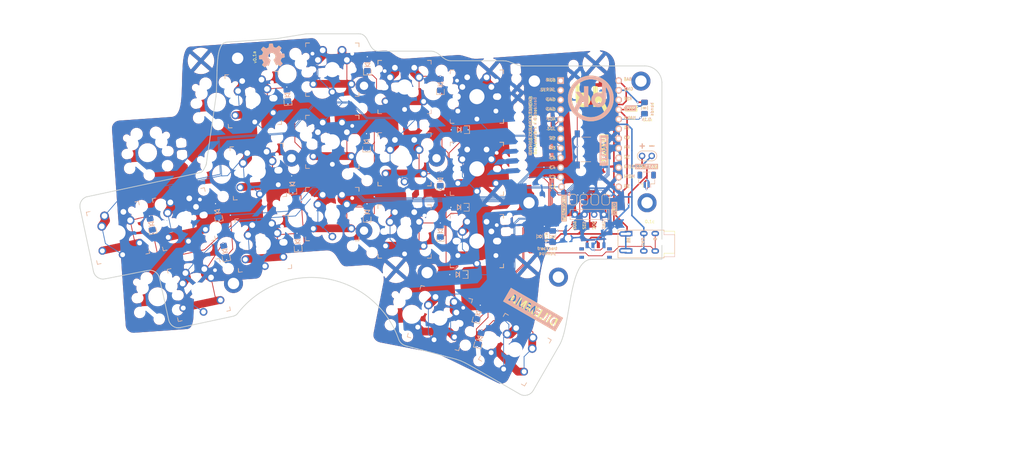
<source format=kicad_pcb>
(kicad_pcb (version 20211014) (generator pcbnew)
  (layers (0 "F.Cu" signal) (31 "B.Cu" signal) (34 "B.Paste" user) (35 "F.Paste" user) (36 "B.SilkS" user "B.Silkscreen") (37 "F.SilkS" user "F.Silkscreen") (38 "B.Mask" user) (39 "F.Mask" user) (44 "Edge.Cuts" user))
  (net 0 "")
  (net 1 "row2_l")
  (net 2 "Net-(D3-Pad2)")
  (net 3 "row3_l")
  (net 4 "Net-(D4-Pad2)")
  (net 5 "row4_l")
  (net 6 "Net-(D5-Pad2)")
  (net 7 "Net-(D8-Pad2)")
  (net 8 "Net-(D9-Pad2)")
  (net 9 "Net-(D10-Pad2)")
  (net 10 "Net-(D13-Pad2)")
  (net 11 "Net-(D14-Pad2)")
  (net 12 "Net-(D15-Pad2)")
  (net 13 "Net-(D18-Pad2)")
  (net 14 "Net-(D19-Pad2)")
  (net 15 "Net-(D20-Pad2)")
  (net 16 "Net-(D24-Pad2)")
  (net 17 "Net-(D25-Pad2)")
  (net 18 "Net-(D26-Pad2)")
  (net 19 "row1_l")
  (net 20 "Net-(D30-Pad2)")
  (net 21 "Net-(D33-Pad2)")
  (net 22 "Rst_l")
  (net 23 "Gnd_l")
  (net 24 "col2_l")
  (net 25 "col3_l")
  (net 26 "col4_l")
  (net 27 "col5_l")
  (net 28 "col1_l")
  (net 29 "bat_l")
  (net 30 "rgb_l")
  (net 31 "serial_l")
  (net 32 "sda_l")
  (net 33 "scl_l")
  (net 34 "mosi_l")
  (net 35 "miso_l")
  (net 36 "sc_l")
  (net 37 "Vcc_l")
  (net 38 "ss_l")
  (net 39 "Net-(JP1-Pad2)")
  (net 40 "Net-(JP2-Pad2)")
  (net 41 "Net-(JP3-Pad2)")
  (net 42 "Net-(JP4-Pad2)")
  (net 43 "unconnected-(PSW1-Pad3)")
  (net 44 "hand")
  (net 45 "bat_sw_l")
  (footprint "local-libraries:MountingHole_3mm_Pad_thin" (layer "F.Cu") (at 236.12999 68.099328)
    (fp_text reference "H8" hide)
    (fp_text value "M4")
  )
  (footprint "local-libraries:D_1206_handsolder_reversible" (layer "F.Cu") (at 186.8875 48.9 180)
    (fp_text reference "D24" hide)
    (fp_text value "D")
  )
  (footprint "local-libraries:battery_connector_THT" (layer "F.Cu") (at 237.361194 55.767847 -90)
    (fp_text reference "J3" hide)
    (fp_text value "BATTERY_CONN_DEANS")
  )
  (footprint "footprints:R_1206_handsolder" (layer "F.Cu") (at 235.458 43.18 90)
    (fp_text reference "R1" hide)
    (fp_text value "5.1k")
  )
  (footprint "local-libraries:D_1206_handsolder_reversible" (layer "F.Cu") (at 192.15 103.775 75)
    (fp_text reference "D33" hide)
    (fp_text value "D")
  )
  (footprint "local-libraries:SW_MX_choc" (layer "F.Cu") (at 181.7 98.425 -15)
    (fp_text reference "SW16" hide)
    (fp_text value "SW_Push")
  )
  (footprint "local-libraries:D_1206_handsolder_reversible" (layer "F.Cu") (at 162.425 52.115882 90)
    (fp_text reference "D14" hide)
    (fp_text value "D")
  )
  (footprint "local-libraries:kibuzzard-628DFB5F" (layer "F.Cu") (at 236.035 58.56)
    (fp_text reference "kibuzzard-628DFB5F" hide)
    (fp_text value "G***" hide)
  )
  (footprint "local-libraries:SW_MX_choc" (layer "F.Cu") (at 172.425 56.65)
    (fp_text reference "SW11" hide)
    (fp_text value "SW_Push")
  )
  (footprint "local-libraries:SW_MX_choc" (layer "F.Cu") (at 132.65727 40.963059 4)
    (fp_text reference "SW4" hide)
    (fp_text value "SW_Push")
  )
  (footprint "local-libraries:PinHeader_1x04_P2.54mm_Vertical" (layer "F.Cu") (at 217.16 71.185 90)
    (fp_text reference "O2" hide)
    (fp_text value "OLED")
  )
  (footprint "local-libraries:kibuzzard-628DFB48" (layer "F.Cu") (at 227.565139 69.645 90)
    (fp_text reference "kibuzzard-628DFB48" hide)
    (fp_text value "G***" hide)
  )
  (footprint "local-libraries:kibuzzard-61F01C84" (layer "F.Cu") (at 224.848868 54.165 90)
    (fp_text reference "kibuzzard-61F01C84" hide)
    (fp_text value "G***" hide)
  )
  (footprint "local-libraries:SW_MX_choc" (layer "F.Cu") (at 172.425 75.65)
    (fp_text reference "SW12" hide)
    (fp_text value "SW_Push")
  )
  (footprint "local-libraries:MountingHole_3mm_Pad_thin" (layer "F.Cu") (at 234.52999 36.099319)
    (fp_text reference "H6" hide)
    (fp_text value "M4")
  )
  (footprint "local-libraries:SolderJumper-2_P1.3mm_Open_RoundedPad1.0x1.5mm" (layer "F.Cu") (at 219.541805 67.273537 -90)
    (fp_text reference "JP3" hide)
    (fp_text value "Jumper_2_Open")
  )
  (footprint "local-libraries:SW_MX_choc" (layer "F.Cu") (at 153.45 33.075)
    (fp_text reference "SW7" hide)
    (fp_text value "SW_Push")
  )
  (footprint "local-libraries:SW_MX_choc" (layer "F.Cu") (at 172.425 37.65)
    (fp_text reference "SW10" hide)
    (fp_text value "SW_Push")
  )
  (footprint "local-libraries:SW_MX_choc" (layer "F.Cu") (at 97.123814 75.98504 12)
    (fp_text reference "SW1" hide)
    (fp_text value "SW_Push")
  )
  (footprint "local-libraries:MountingHole_3mm_Pad_thin" (layer "F.Cu") (at 127.473374 89.327482 4)
    (fp_text reference "H4" hide)
    (fp_text value "M4")
  )
  (footprint "local-libraries:kibuzzard-628E0199" (layer "F.Cu") (at 214.325992 69.495 90)
    (fp_text reference "kibuzzard-628E0199" hide)
    (fp_text value "G***" hide)
  )
  (footprint "local-libraries:D_1206_handsolder_reversible" (layer "F.Cu") (at 144.318479 78.347444 94)
    (fp_text reference "D10" hide)
    (fp_text value "D")
  )
  (footprint "local-libraries:pro-micro" (layer "F.Cu") (at 221.055139 49.94 -90)
    (fp_text reference "U2" hide)
    (fp_text value "eliteC" hide)
  )
  (footprint "local-libraries:D_1206_handsolder_reversible" (layer "F.Cu") (at 142.91048 63.229571 94)
    (fp_text reference "D9" hide)
    (fp_text value "D")
  )
  (footprint "local-libraries:MountingHole_3mm_Pad_thin" (layer "F.Cu") (at 205.12999 68.099321)
    (fp_text reference "H7" hide)
    (fp_text value "M4")
  )
  (footprint "local-libraries:LOGO" (layer "F.Cu") (at 221.35 40.65)
    (fp_text reference "G***" hide)
    (fp_text value "LOGO" hide)
  )
  (footprint "local-libraries:SW_MX_choc" (layer "F.Cu") (at 191.425 40.175)
    (fp_text reference "SW13" hide)
    (fp_text value "SW_Push")
  )
  (footprint "local-libraries:D_1206_handsolder_reversible" (layer "F.Cu") (at 162.64 31.89 90)
    (fp_text reference "D13" hide)
    (fp_text value "D")
  )
  (footprint "local-libraries:LOGO" (layer "F.Cu") (at 137.492388 29.327434 4)
    (fp_text reference "G***" hide)
    (fp_text value "LOGO" hide)
  )
  (footprint "local-libraries:MountingHole_3mm_Pad_thin" (layer "F.Cu") (at 178.36 86.475)
    (fp_text reference "H5" hide)
    (fp_text value "M4")
  )
  (footprint "local-libraries:SW_MX_choc" (layer "F.Cu") (at 133.982643 59.916776 4)
    (fp_text reference "SW5" hide)
    (fp_text value "SW_Push")
  )
  (footprint "local-libraries:SW_Push_1P1T_NO_6x6mm_H9.5mm" (layer "F.Cu") (at 220.048868 54.065 90)
    (fp_text reference "SW26" hide)
    (fp_text value "SW_SPST")
  )
  (footprint "local-libraries:D_1206_handsolder_reversible" (layer "F.Cu") (at 181.825 37.025 90)
    (fp_text reference "D18" hide)
    (fp_text value "D")
  )
  (footprint "local-libraries:D_1206_handsolder_reversible" (layer "F.Cu") (at 186.8 69.3 180)
    (fp_text reference "D25" hide)
    (fp_text value "D")
  )
  (footprint "local-libraries:D_1206_handsolder_reversible" (layer "F.Cu") (at 141.627152 39.859663 94)
    (fp_text reference "D8" hide)
    (fp_text value "D")
  )
  (footprint "local-libraries:Jack_3.5mm_PJ320E_Horizontal_reversible" (layer "F.Cu") (at 231.285 76.185 -90)
    (fp_text reference "J2" hide)
    (fp_text value "Serial")
  )
  (footprint "local-libraries:SW_MX_choc" (layer "F.Cu") (at 201.4 106.725 -30)
    (fp_text reference "SW17" hide)
    (fp_text value locked "SW_Push")
  )
  (footprint "kbd:Tenting_Puck2" (layer "F.Cu") (at 161.768609 56.379909)
    (fp_text reference "REF**")
    (fp_text value "Tenting Puck")
  )
  (footprint "local-libraries:D_1206_handsolder_reversible" (layer "F.Cu") (at 191.75 97.175 75)
    (fp_text reference "D30" hide)
    (fp_text value "D")
  )
  (footprint "local-libraries:SolderJumper-2_P1.3mm_Open_RoundedPad1.0x1.5mm" (layer "F.Cu") (at 222.398471 67.273537 -90)
    (fp_text reference "JP5" hide)
    (fp_text value "Jumper_2_Open")
  )
  (footprint "local-libraries:JST_SH_BM02B-SRSS-TB_1x02-1MP_P1.00mm_Vertical" (layer "F.Cu") (at 236.035003 62.010003)
    (fp_text reference "J5" hide)
    (fp_text value "S3B-PH-SM4-TB(LF)(SN)")
  )
  (footprint "local-libraries:D_1206_handsolder_reversible" (layer "F.Cu") (at 123.21545 70.484977 102)
    (fp_text reference "D4" hide)
    (fp_text value "D")
  )
  (footprint "local-libraries:SW_MX_choc" (layer "F.Cu") (at 153.45 71.075)
    (fp_text reference "SW9" hide)
    (fp_text value "SW_Push")
  )
  (footprint "local-libraries:D_1206_handsolder_reversible" (layer "F.Cu") (at 105.849174 73.74703 102)
    (fp_text reference "D3" hide)
    (fp_text value "D")
  )
  (footprint "local-libraries:MountingHole_3mm_Pad_thin" (layer "F.Cu") (at 206.529988 36.099318)
    (fp_text reference "H9" hide)
    (fp_text value "M4")
  )
  (footprint "local-libraries:kibuzzard-628D396A" (layer "F.Cu") (at 231.763016 43.32297)
    (fp_text reference "kibuzzard-628D396A" hide)
    (fp_text value "G***" hide)
  )
  (footprint "local-libraries:SW_MX_choc" (layer "F.Cu") (at 135.308016 78.870492 4)
    (fp_text reference "SW6" hide)
    (fp_text value "SW_Push")
  )
  (footprint "local-libraries:D_1206_handsolder_reversible" (layer "F.Cu") (at 162.56 70.58 90)
    (fp_text reference "D15" hide)
    (fp_text value "D")
  )
  (footprint "local-libraries:SolderJumper-2_P1.3mm_Open_RoundedPad1.0x1.5mm" (layer "F.Cu") (at 225.255139 67.273537 -90)
    (fp_text reference "JP7" hide)
    (fp_text value "Jumper_2_Open")
  )
  (footprint "local-libraries:D_1206_handsolder_reversible" (layer "F.Cu") (at 125.193331 80.87236 102)
    (fp_text reference "D5" hide)
    (fp_text value "D")
  )
  (footprint "local-libraries:SW_MX_choc" (layer "F.Cu") (at 191.425 78.175)
    (fp_text reference "SW15" hide)
    (fp_text value "SW_Push")
  )
  (footprint "local-libraries:SW_MX_choc" (layer "F.Cu") (at 114.429612 72.438461 12)
    (fp_text reference "SW2" hide)
    (fp_text value "SW_Push")
  )
  (footprint "local-libraries:SW_MX_choc" (layer "F.Cu") (at 153.45 52.075)
    (fp_text reference "SW8" hide)
    (fp_text value "SW_Push")
  )
  (footprint "local-libraries:D_1206_handsolder_reversible" (layer "F.Cu") (at 181.825 75.606764 90)
    (fp_text reference "D20" hide)
    (fp_text value "D")
  )
  (footprint "local-libraries:D_1206_handsolder_reversible" (layer "F.Cu") (at 186.5 87 180)
    (fp_text reference "D26" hide)
    (fp_text value "D")
  )
  (footprint "local-libraries:SW_MX_choc" (layer "F.Cu") (at 191.425 59.175)
    (fp_text reference "SW14" hide)
    (fp_text value "SW_Push")
  )
  (footprint "local-libraries:R_1206_handsolder_reversible" (layer "F.Cu") (at 207.935 76.985 -90)
    (fp_text reference "R3" hide)
    (fp_text value "4.7k")
  )
  (footprint "local-libraries:MountingHole_3mm_Pad_thin" (layer "F.Cu") (at 212.85 87.65)
    (fp_text reference "H2" hide)
    (fp_text value "M4")
  )
  (footprint "local-libraries:SW_MX_choc" (layer "F.Cu") (at 118.379933 91.023266 12)
    (fp_text reference "SW3" hide)
    (fp_text value "SW_Push")
  )
  (footprint "local-libraries:kibuzzard-628DFB95" (layer "F.Cu") (at 206.2 96.2 -30)
    (fp_text reference "kibuzzard-628DFB95" hide)
    (fp_text value "G***" hide)
  )
  (footprint "local-libraries:D_1206_handsolder_reversible" (layer "F.Cu") (at 181.8 62.11 90)
    (fp_text reference "D19" hide)
    (fp_text value "D")
  )
  (footprint "local-libraries:SolderJumper-2_P1.3mm_Open_RoundedPad1.0x1.5mm" (layer "F.Cu") (at 216.685139 67.273537 -90)
    (fp_text reference "JP1" hide)
    (fp_text value "Jumper_2_Open")
  )
  (footprint "local-libraries:MountingHole_3mm_Pad_thin" (layer "F.Cu") (at 128.564678 30.102087 4)
    (fp_text reference "H1" hide)
    (fp_text value "M4")
  )
  (footprint "local-libraries:kibuzzard-61F01A92" (layer "F.Cu") (at 205.57 47.72 90)
    (fp_text reference "kibuzzard-61F01A92" hide)
    (fp_text value "G***" hide)
  )
  (footprint "local-libraries:Switch_MSK-12C01-07" (layer "F.Cu") (at 222.61 81.335)
    (fp_text reference "PSW1" hide)
    (fp_text value "SW_DPDT_x2")
  )
  (footprint "local-libraries:SW_Push_1P1T_NO_6x6mm_H9.5mm" (layer "B.Cu") (at 220.048868 54.065 -90)
    (fp_text reference "SW37" hide)
    (fp_text value "SW_SPST")
  )
  (footprint "local-libraries:SolderJumper-2_P1.3mm_Open_RoundedPad1.0x1.5mm" (layer "B.Cu") (at 222.398471 67.273537 -90)
    (fp_text reference "JP4" hide)
    (fp_text value "Jumper_2_Open")
  )
  (footprint "local-libraries:kibuzzard-61F01A92" (layer "B.Cu") (at 205.45 48 -90)
    (fp_text reference "kibuzzard-61F01A92" hide)
    (fp_text value "G***" hide)
  )
  (footprint "local-libraries:LOGO" (layer "B.Cu") (at 221.35 40.65 180)
    (fp_text reference "G***" hide)
    (fp_text value "LOGO" hide)
  )
  (footprint "local-libraries:kibuzzard-628DFB48" (layer "B.Cu") (at 227.515139 69.615 -90)
    (fp_text reference "kibuzzard-628DFB48" hide)
    (fp_text value "G***" hide)
  )
  (footprint "footprints:R_1206_handsolder" (layer "B.Cu") (at 235.458 43.18 90)
    (fp_text reference "R7" hide)
    (fp_text value "5.1k")
  )
  (footprint "local-libraries:kibuzzard-628DFB95" (layer "B.Cu") (at 206.2 96.2 150)
    (fp_text reference "kibuzzard-628DFB95" hide)
    (fp_text value "G***" hide)
  )
  (footprint "local-libraries:SolderJumper-2_P1.3mm_Open_RoundedPad1.0x1.5mm" (layer "B.Cu") (at 225.255139 67.273537 -90)
    (fp_text reference "JP2" hide)
    (fp_text value "Jumper_2_Open")
  )
  (footprint "local-libraries:JST_SH_BM02B-SRSS-TB_1x02-1MP_P1.00mm_Vertical" (layer "B.Cu") (at 236.035003 62.010003 180)
    (fp_text reference "J1")
    (fp_text value "S3B-PH-SM4-TB(LF)(SN)")
  )
  (footprint "local-libraries:SolderJumper-2_P1.3mm_Open_RoundedPad1.0x1.5mm" (layer "B.Cu") (at 216.685139 67.273537 -90)
    (fp_text reference "JP8" hide)
    (fp_text value "Jumper_2_Open")
  )
  (footprint "local-libraries:kibuzzard-628E0199" (layer "B.Cu") (at 214.305992 69.495 -90)
    (fp_text reference "kibuzzard-628E0199" hide)
    (fp_text value "G***" hide)
  )
  (footprint "local-libraries:kibuzzard-628DFB5F" (layer "B.Cu") (at 236.015425 58.558365 180)
    (fp_text reference "kibuzzard-628DFB5F" hide)
    (fp_text value "G***" hide)
  )
  (footprint "local-libraries:R_1206_handsolder_reversible" (layer "B.Cu") (at 211.335 76.985 90)
    (fp_text reference "R4" hide)
    (fp_text value "4.7k")
  )
  (footprint "local-libraries:SolderJumper-2_P1.3mm_Open_RoundedPad1.0x1.5mm" (layer "B.Cu") (at 219.541805 67.273537 -90)
    (fp_text reference "JP6" hide)
    (fp_text value "Jumper_2_Open")
  )
  (footprint "local-libraries:LOGO" (layer "B.Cu") (at 137.560397 29.324595 -176)
    (fp_text reference "G***" hide)
    (fp_text value "LOGO" hide)
  )
  (footprint "local-libraries:kibuzzard-61F01C84" (layer "B.Cu") (at 224.79 54.33 -90)
    (fp_text reference "kibuzzard-61F01C84" hide)
    (fp_text value "G***" hide)
  )
  (footprint "local-libraries:kibuzzard-628D3AA1" (layer "B.Cu") (at 231.648291 43.203608 180)
    (fp_text reference "kibuzzard-628D3AA1" hide)
    (fp_text value "G***" hide)
  )
  (gr_line (start 146.62 23.644993) (end 160.41982 23.644993) (layer "Edge.Cuts") (width 0.2))
  (gr_line (start 123.722644 28.097009) (end 123.898719 27.547632) (layer "Edge.Cuts") (width 0.2))
  (gr_line (start 93.198488 88.167727) (end 93.73202 88.108274) (layer "Edge.Cuts") (width 0.2))
  (gr_line (start 123.147841 33.360652) (end 123.224619 31.671386) (layer "Edge.Cuts") (width 0.2))
  (gr_line (start 127.359875 97.944615) (end 113.508326 100.912717) (layer "Edge.Cuts") (width 0.2))
  (gr_line (start 88.644899 66.611081) (end 89.156485 66.448388) (layer "Edge.Cuts") (width 0.2))
  (gr_line (start 92.696025 88.118631) (end 93.198488 88.167727) (layer "Edge.Cuts") (width 0.2))
  (gr_line (start 111.572492 100.5506) (end 112.003129 100.778198) (layer "Edge.Cuts") (width 0.2))
  (gr_line (start 213.125528 105.532035) (end 213.378223 105.052508) (layer "Edge.Cuts") (width 0.2))
  (gr_line (start 127.359875 97.944615) (end 127.732171 97.835005) (layer "Edge.Cuts") (width 0.2))
  (gr_line (start 122.998525 38.547989) (end 123.061393 36.859696) (layer "Edge.Cuts") (width 0.2))
  (gr_line (start 91.796186 87.746157) (end 92.226823 87.973755) (layer "Edge.Cuts") (width 0.2))
  (gr_line (start 188.419957 110.233131) (end 190.756769 111.525546) (layer "Edge.Cuts") (width 0.2))
  (gr_line (start 199.72159 30.947768) (end 200.987303 31.424951) (layer "Edge.Cuts") (width 0.2))
  (gr_line (start 217.512933 87.156775) (end 217.806727 86.406583) (layer "Edge.Cuts") (width 0.2))
  (gr_line (start 106.013322 85.892133) (end 105.510859 85.843037) (layer "Edge.Cuts") (width 0.2))
  (gr_line (start 120.474528 56.931532) (end 122.887729 40.115588) (layer "Edge.Cuts") (width 0.2))
  (gr_line (start 202.707977 118.425456) (end 203.197018 118.646863) (layer "Edge.Cuts") (width 0.2))
  (gr_line (start 185.948742 109.243669) (end 187.213057 109.673532) (layer "Edge.Cuts") (width 0.2))
  (gr_line (start 118.655284 60.178224) (end 118.995287 60.05989) (layer "Edge.Cuts") (width 0.2))
  (gr_line (start 123.358876 30.102146) (end 123.455492 29.380513) (layer "Edge.Cuts") (width 0.2))
  (gr_line (start 124.626008 26.334429) (end 124.941312 26.089649) (layer "Edge.Cuts") (width 0.2))
  (gr_line (start 123.898719 27.547632) (end 124.106515 27.067466) (layer "Edge.Cuts") (width 0.2))
  (gr_line (start 128.056554 97.675062) (end 128.333978 97.465812) (layer "Edge.Cuts") (width 0.2))
  (gr_line (start 184.594778 30.745055) (end 198.394852 30.745055) (layer "Edge.Cuts") (width 0.2))
  (gr_line (start 165.10897 28.174647) (end 165.594816 28.220041) (layer "Edge.Cuts") (width 0.2))
  (gr_line (start 220.691048 83.100179) (end 221.241796 82.961433) (layer "Edge.Cuts") (width 0.2))
  (gr_line (start 203.690053 118.755435) (end 204.181054 118.762642) (layer "Edge.Cuts") (width 0.2))
  (gr_line (start 122.887729 40.115588) (end 122.998525 38.547989) (layer "Edge.Cuts") (width 0.2))
  (gr_line (start 138.657503 24.950491) (end 125.689171 25.857325) (layer "Edge.Cuts") (width 0.2))
  (gr_line (start 179.773073 28.245094) (end 180.131717 28.318916) (layer "Edge.Cuts") (width 0.2))
  (gr_line (start 110.454306 98.929413) (end 110.617 99.441) (layer "Edge.Cuts") (width 0.2))
  (gr_line (start 108.031347 87.885794) (end 110.454306 98.929413) (layer "Edge.Cuts") (width 0.2))
  (gr_line (start 199.068917 30.798302) (end 199.72159 30.947768) (layer "Edge.Cuts") (width 0.2))
  (gr_line (start 106.913161 86.264607) (end 106.482524 86.037009) (layer "Edge.Cuts") (width 0.2))
  (gr_line (start 163.70725 27.190802) (end 163.989322 27.538008) (layer "Edge.Cuts") (width 0.2))
  (gr_line (start 164.682783 28.040889) (end 165.10897 28.174647) (layer "Edge.Cuts") (width 0.2))
  (gr_line (start 219.258555 84.048429) (end 219.70058 83.646765) (layer "Edge.Cuts") (width 0.2))
  (gr_line (start 160.905667 23.690387) (end 161.331854 23.824145) (layer "Edge.Cuts") (width 0.2))
  (gr_line (start 183.192709 30.368634) (end 183.857952 30.646179) (layer "Edge.Cuts") (width 0.2))
  (gr_line (start 213.844629 103.914064) (end 214.059369 103.258736) (layer "Edge.Cuts") (width 0.2))
  (gr_line (start 110.617 99.441) (end 110.866222 99.880053) (layer "Edge.Cuts") (width 0.2))
  (gr_line (start 110.866222 99.880053) (end 111.189415 100.249765) (layer "Edge.Cuts") (width 0.2))
  (gr_line (start 87.836133 67.183495) (end 88.205845 66.860304) (layer "Edge.Cuts") (width 0.2))
  (gr_line (start 203.197018 118.646863) (end 203.690053 118.755435) (layer "Edge.Cuts") (width 0.2))
  (gr_line (start 162.307387 24.674232) (end 162.558329 25.067547) (layer "Edge.Cuts") (width 0.2))
  (gr_line (start 220.177642 83.329512) (end 220.691048 83.100179) (layer "Edge.Cuts") (width 0.2))
  (gr_line (start 215.153575 98.339523) (end 215.479153 96.438595) (layer "Edge.Cuts") (width 0.2))
  (gr_line (start 162.558329 25.067547) (end 163.007318 25.932517) (layer "Edge.Cuts") (width 0.2))
  (gr_line (start 162.025315 24.327025) (end 162.307387 24.674232) (layer "Edge.Cuts") (width 0.2))
  (gr_line (start 112.003129 100.778198) (end 112.472331 100.923074) (layer "Edge.Cuts") (width 0.2))
  (gr_line (start 118.995287 60.05989) (end 119.286911 59.860366) (layer "Edge.Cuts") (width 0.2))
  (gr_line (start 213.125528 105.532035) (end 206.225364 117.482989) (layer "Edge.Cuts") (width 0.2))
  (gr_line (start 123.224619 31.671386) (end 123.358876 30.102146) (layer "Edge.Cuts") (width 0.2))
  (gr_line (start 90.678 86.12497) (end 90.840694 86.636557) (layer "Edge.Cuts") (width 0.2))
  (gr_line (start 219.70058 83.646765) (end 220.177642 83.329512) (layer "Edge.Cuts") (width 0.2))
  (gr_line (start 124.348287 26.661588) (end 124.626008 26.334429) (layer "Edge.Cuts") (width 0.2))
  (gr_line (start 204.66094 118.679258) (end 205.118226 118.51153) (layer "Edge.Cuts") (width 0.2))
  (gr_line (start 87.173182 69.502408) (end 87.113729 68.968876) (layer "Edge.Cuts") (width 0.2))
  (gr_line (start 218.850004 84.530281) (end 219.258555 84.048429) (layer "Edge.Cuts") (width 0.2))
  (gr_line (start 111.189415 100.249765) (end 111.572492 100.5506) (layer "Edge.Cuts") (width 0.2))
  (gr_line (start 124.941312 26.089649) (end 125.295437 25.930025) (layer "Edge.Cuts") (width 0.2))
  (gr_line (start 107.619431 86.935154) (end 107.296238 86.565442) (layer "Edge.Cuts") (width 0.2))
  (gr_line (start 198.394852 30.745055) (end 199.068917 30.798302) (layer "Edge.Cuts") (width 0.2))
  (gr_line (start 202.905689 32.0516) (end 203.579754 32.104847) (layer "Edge.Cuts") (width 0.2))
  (gr_line (start 120.310587 58.070736) (end 120.436858 57.459196) (layer "Edge.Cuts") (width 0.2))
  (gr_line (start 179.39489 28.220041) (end 179.773073 28.245094) (layer "Edge.Cuts") (width 0.2))
  (gr_line (start 106.482524 86.037009) (end 106.013322 85.892133) (layer "Edge.Cuts") (width 0.2))
  (gr_line (start 91.089916 87.07561) (end 91.413109 87.445322) (layer "Edge.Cuts") (width 0.2))
  (gr_line (start 125.295437 25.930025) (end 125.689171 25.857325) (layer "Edge.Cuts") (width 0.2))
  (gr_line (start 217.242467 87.959158) (end 217.512933 87.156775) (layer "Edge.Cuts") (width 0.2))
  (gr_line (start 87.5353 67.566573) (end 87.836133 67.183495) (layer "Edge.Cuts") (width 0.2))
  (gr_line (start 171.459556 104.952682) (end 171.155748 104.579081) (layer "Edge.Cuts") (width 0.2))
  (gr_line (start 205.539844 118.259791) (end 205.912542 117.91925) (layer "Edge.Cuts") (width 0.2))
  (gr_line (start 119.531155 59.581297) (end 119.729589 59.225271) (layer "Edge.Cuts") (width 0.2))
  (gr_line (start 214.456135 101.790361) (end 214.817057 100.137985) (layer "Edge.Cuts") (width 0.2))
  (gr_line (start 163.007318 25.932517) (end 163.456308 26.797487) (layer "Edge.Cuts") (width 0.2))
  (gr_line (start 160.41982 23.644993) (end 160.905667 23.690387) (layer "Edge.Cuts") (width 0.2))
  (gr_line (start 127.732171 97.835005) (end 128.056554 97.675062) (layer "Edge.Cuts") (width 0.2))
  (gr_line (start 107.296238 86.565442) (end 106.913161 86.264607) (layer "Edge.Cuts") (width 0.2))
  (gr_line (start 215.479153 96.438595) (end 216.159399 92.524088) (layer "Edge.Cuts") (width 0.2))
  (gr_line (start 202.253017 31.902134) (end 202.905689 32.0516) (layer "Edge.Cuts") (width 0.2))
  (gr_line (start 161.331854 23.824145) (end 161.702858 24.039633) (layer "Edge.Cuts") (width 0.2))
  (gr_line (start 235.53 32.104847) (end 203.579754 32.104847) (layer "Edge.Cuts") (width 0.2))
  (gr_line (start 163.456308 26.797487) (end 163.70725 27.190802) (layer "Edge.Cuts") (width 0.2))
  (gr_line (start 165.594816 28.220041) (end 179.39489 28.220041) (layer "Edge.Cuts") (width 0.2))
  (gr_line (start 112.472331 100.923074) (end 112.974794 100.97217) (layer "Edge.Cuts") (width 0.2))
  (gr_line (start 172.763856 105.710783) (end 185.948742 109.243669) (layer "Edge.Cuts") (width 0.2))
  (gr_line (start 87.162825 68.466413) (end 87.307701 67.99721) (layer "Edge.Cuts") (width 0.2))
  (gr_line (start 216.993043 88.807278) (end 217.242467 87.959158) (layer "Edge.Cuts") (width 0.2))
  (gr_line (start 123.102312 35.110335) (end 123.147841 33.360652) (layer "Edge.Cuts") (width 0.2))
  (gr_line (start 213.617791 104.512721) (end 213.844629 103.914064) (layer "Edge.Cuts") (width 0.2))
  (gr_arc (start 128.565945 97.208866) (mid 151.818435 88.058908) (end 170.926631 104.160986) (layer "Edge.Cuts") (width 0.2))
  (gr_line (start 184.216596 30.720001) (end 184.594778 30.745055) (layer "Edge.Cuts") (width 0.2))
  (gr_line (start 216.159399 92.524088) (end 216.548042 90.61424) (layer "Edge.Cuts") (width 0.2))
  (gr_line (start 119.729589 59.225271) (end 120.079363 58.563322) (layer "Edge.Cuts") (width 0.2))
  (gr_line (start 205.118226 118.51153) (end 205.539844 118.259791) (layer "Edge.Cuts") (width 0.2))
  (gr_line (start 88.205845 66.860304) (end 88.644899 66.611081) (layer "Edge.Cuts") (width 0.2))
  (gr_line (start 161.702858 24.039633) (end 162.025315 24.327025) (layer "Edge.Cuts") (width 0.2))
  (gr_line (start 240.03 36.414983) (end 240.03 82.914983) (layer "Edge.Cuts") (width 0.2))
  (gr_line (start 120.220896 58.312717) (end 120.373722 57.764966) (layer "Edge.Cuts") (width 0.2))
  (gr_line (start 90.042378 83.000916) (end 87.173182 69.502408) (layer "Edge.Cuts") (width 0.2))
  (gr_line (start 91.413109 87.445322) (end 91.796186 87.746157) (layer "Edge.Cuts") (width 0.2))
  (gr_line (start 124.106515 27.067466) (end 124.348287 26.661588) (layer "Edge.Cuts") (width 0.2))
  (gr_line (start 90.678 86.12497) (end 90.042378 83.000916) (layer "Edge.Cuts") (width 0.2))
  (gr_line (start 120.115504 58.51719) (end 120.297308 58.038842) (layer "Edge.Cuts") (width 0.2))
  (gr_line (start 180.131717 28.318916) (end 180.79696 28.596461) (layer "Edge.Cuts") (width 0.2))
  (gr_line (start 221.241796 82.961433) (end 221.830527 82.914983) (layer "Edge.Cuts") (width 0.2))
  (gr_line (start 218.473158 85.08751) (end 218.850004 84.530281) (layer "Edge.Cuts") (width 0.2))
  (gr_line (start 214.262858 102.549652) (end 214.456135 101.790361) (layer "Edge.Cuts") (width 0.2))
  (gr_line (start 171.155748 104.579081) (end 170.926631 104.160986) (layer "Edge.Cuts") (width 0.2))
  (gr_line (start 105.510859 85.843037) (end 104.977327 85.90249) (layer "Edge.Cuts") (width 0.2))
  (gr_line (start 107.868653 87.374207) (end 107.619431 86.935154) (layer "Edge.Cuts") (width 0.2))
  (gr_line (start 216.548042 90.61424) (end 216.993043 88.807278) (layer "Edge.Cuts") (width 0.2))
  (gr_line (start 180.79696 28.596461) (end 181.409656 29.005162) (layer "Edge.Cuts") (width 0.2))
  (gr_line (start 128.333978 97.465812) (end 128.565945 97.208866) (layer "Edge.Cuts") (width 0.2))
  (gr_line (start 163.989322 27.538008) (end 164.311779 27.825401) (layer "Edge.Cuts") (width 0.2))
  (gr_line (start 138.657503 24.950491) (end 146.62 23.644993) (layer "Edge.Cuts") (width 0.2))
  (gr_line (start 87.307701 67.99721) (end 87.5353 67.566573) (layer "Edge.Cuts") (width 0.2))
  (gr_line (start 187.213057 109.673532) (end 188.419957 110.233131) (layer "Edge.Cuts") (width 0.2))
  (gr_line (start 204.181054 118.762642) (end 204.66094 118.679258) (layer "Edge.Cuts") (width 0.2))
  (gr_line (start 120.372194 57.600802) (end 120.474528 56.931532) (layer "Edge.Cuts") (width 0.2))
  (gr_line (start 182.580013 29.959934) (end 183.192709 30.368634) (layer "Edge.Cuts") (width 0.2))
  (gr_line (start 123.575796 28.709987) (end 123.722644 28.097009) (layer "Edge.Cuts") (width 0.2))
  (gr_line (start 108.031347 87.885794) (end 107.868653 87.374207) (layer "Edge.Cuts") (width 0.2))
  (gr_line (start 171.83008 105.272883) (end 171.459556 104.952682) (layer "Edge.Cuts") (width 0.2))
  (gr_line (start 221.830527 82.914983) (end 240.03 82.914983) (layer "Edge.Cuts") (width 0.2))
  (gr_line (start 183.857952 30.646179) (end 184.216596 30.720001) (layer "Edge.Cuts") (width 0.2))
  (gr_line (start 123.061393 36.859696) (end 123.102312 35.110335) (layer "Edge.Cuts") (width 0.2))
  (gr_arc (start 235.53 32.104847) (mid 238.645577 33.356209) (end 240.03 36.414983) (layer "Edge.Cuts") (width 0.2))
  (gr_line (start 87.113729 68.968876) (end 87.162825 68.466413) (layer "Edge.Cuts") (width 0.2))
  (gr_line (start 123.455492 29.380513) (end 123.575796 28.709987) (layer "Edge.Cuts") (width 0.2))
  (gr_line (start 172.763856 105.710783) (end 172.264576 105.528894) (layer "Edge.Cuts") (width 0.2))
  (gr_line (start 214.817057 100.137985) (end 215.153575 98.339523) (layer "Edge.Cuts") (width 0.2))
  (gr_line (start 205.912542 117.91925) (end 206.225364 117.482989) (layer "Edge.Cuts") (width 0.2))
  (gr_line (start 119.286911 59.860366) (end 119.531155 59.581297) (layer "Edge.Cuts") (width 0.2))
  (gr_line (start 202.707977 118.425456) (end 190.756769 111.525546) (layer "Edge.Cuts") (width 0.2))
  (gr_line (start 90.840694 86.636557) (end 91.089916 87.07561) (layer "Edge.Cuts") (width 0.2))
  (gr_line (start 88.900692 66.529733) (end 118.655284 60.178224) (layer "Edge.Cuts") (width 0.2))
  (gr_line (start 200.987303 31.424951) (end 202.253017 31.902134) (layer "Edge.Cuts") (width 0.2))
  (gr_line (start 213.378223 105.052508) (end 213.617791 104.512721) (layer "Edge.Cuts") (width 0.2))
  (gr_line (start 181.409656 29.005162) (end 181.994834 29.482548) (layer "Edge.Cuts") (width 0.2))
  (gr_line (start 217.806727 86.406583) (end 218.126084 85.714832) (layer "Edge.Cuts") (width 0.2))
  (gr_line (start 92.226823 87.973755) (end 92.696025 88.118631) (layer "Edge.Cuts") (width 0.2))
  (gr_line (start 172.264576 105.528894) (end 171.83008 105.272883) (layer "Edge.Cuts") (width 0.2))
  (gr_line (start 214.059369 103.258736) (end 214.262858 102.549652) (layer "Edge.Cuts") (width 0.2))
  (gr_line (start 112.974794 100.97217) (end 113.508326 100.912717) (layer "Edge.Cuts") (width 0.2))
  (gr_line (start 104.977327 85.90249) (end 93.73202 88.108274) (layer "Edge.Cuts") (width 0.2))
  (gr_line (start 218.126084 85.714832) (end 218.473158 85.08751) (layer "Edge.Cuts") (width 0.2))
  (gr_line (start 164.311779 27.825401) (end 164.682783 28.040889) (layer "Edge.Cuts") (width 0.2))
  (gr_line (start 181.994834 29.482548) (end 182.580013 29.959934) (layer "Edge.Cuts") (width 0.2))
  (gr_text "R4" (at 230.848 53.415738) (layer "B.SilkS") (effects (font (size 0.8 0.8) (thickness 0.12)) (justify mirror)))
  (gr_text "R2" (at 211.067047 51.060359) (layer "B.SilkS") (effects (font (size 0.8 0.8) (thickness 0.12)) (justify mirror)))
  (gr_text "VCC" (at 222.238471 74.026905 90) (layer "B.SilkS") (effects (font (size 0.8 0.8) (thickness 0.12)) (justify mirror)))
  (gr_text "MOSI" (at 231.514667 61.111476) (layer "B.SilkS") (effects (font (size 0.8 0.8) (thickness 0.12)) (justify mirror)))
  (gr_text "SDA" (at 210.72419 45.951269) (layer "B.SilkS") (effects (font (size 0.8 0.8) (thickness 0.12)) (justify mirror)))
  (gr_text "C3" (at 211.067047 63.833089) (layer "B.SilkS") (effects (font (size 0.8 0.8) (thickness 0.12)) (justify mirror)))
  (gr_text "GND" (at 210.628952 40.842179) (layer "B.SilkS") (effects (font (size 0.8 0.8) (thickness 0.12)) (justify mirror)))
  (gr_text "hands" (at 237.4 43.45 90) (layer "B.SilkS") (effects (font (size 0.8 0.8) (thickness 0.12)) (justify mirror)))
  (gr_text "BAT" (at 231.114667 35.556724) (layer "B.SilkS") (effects (font (size 0.8 0.8) (thickness 0.12)) (justify mirror)))
  (gr_text "5.1k" (at 235.95 46.15) (layer "B.SilkS") (effects (font (size 0.8 0.8) (thickness 0.12)) (justify mirror)))
  (gr_text "SS" (at 230.828953 63.676724) (layer "B.SilkS") (effects (font (size 0.8 0.8) (thickness 0.12)) (justify mirror)))
  (gr_text "SC" (at 230.848 55.980984) (layer "B.SilkS") (effects (font (size 0.8 0.8) (thickness 0.12)) (justify mirror)))
  (gr_text "GND" (at 231.286095 38.12197) (layer "B.SilkS") (effects (font (size 0.8 0.8) (thickness 0.12)) (justify mirror)))
  (gr_text "SCL" (at 210.743238 48.505814) (layer "B.SilkS") (effects (font (size 0.8 0.8) (thickness 0.12)) (justify mirror)))
  (gr_text "SERIAL" (at 209.848 38.287634) (layer "B.SilkS") (effects (font (size 0.8 0.8) (thickness 0.12)) (justify mirror)))
  (gr_text "BastardKB x Freznel" (at 206.694086 46.429703 90) (layer "B.SilkS") (effects (font (size 0.8 0.8) (thickness 0.12)) (justify mirror)))
  (gr_text "C6" (at 230.848 50.850492) (layer "B.SilkS") (effects (font (size 0.8 0.8) (thickness 0.12)) (justify mirror)))
  (gr_text "GND" (at 235.024998 78.455006 270) (layer "B.SilkS") (effects (font (size 0.8 0.8)) (justify mirror)))
  (gr_text "R1" (at 230.848 48.285246) (layer "B.SilkS") (effects (font (size 0.8 0.8) (thickness 0.12)) (justify mirror)))
  (gr_text "trackpad\npullups" (at 209.985 80.76) (layer "B.SilkS") (effects (font (size 0.8 0.8) (thickness 0.12)) (justify mirror)))
  (gr_text "5V" (at 231.224993 77.959762 270) (layer "B.SilkS") (effects (font (size 0.8 0.8)) (justify mirror)))
  (gr_text "GND" (at 210.628952 43.396724) (layer "B.SilkS") (effects (font (size 0.8 0.8) (thickness 0.12)) (justify mirror)))
  (gr_text "HAND" (at 231.648 45.72) (layer "B.SilkS") (effects (font (size 0.8 0.8) (thickness 0.12)) (justify mirror)))
  (gr_text "C4" (at 211.067047 58.723994) (layer "B.SilkS") (effects (font (size 0.8 0.8) (thickness 0.12)) (justify mirror)))
  (gr_text "C5" (at 211.067047 56.169449) (layer "B.SilkS") (effects (font (size 0.8 0.8) (thickness 0.12)) (justify mirror)))
  (gr_text "4.7k" (at 209.685 77.185 90) (layer "B.SilkS") (effects (font (size 0.8 0.8) (thickness 0.12)) (justify mirror)))
  (gr_text "RGB" (at 210.648 35.733089) (layer "B.SilkS") (effects (font (size 0.8 0.8) (thickness 0.12)) (justify mirror)))
  (gr_text "SCL" (at 219.681805 74.065 90) (layer "B.SilkS") (effects (font (size 0.8 0.8) (thickness 0.12)) (justify mirror)))
  (gr_text "GND" (at 224.795139 73.950715 90) (layer "B.SilkS") (effects (font (size 0.8 0.8) (thickness 0.12)) (justify mirror)))
  (gr_text "S" (at 238.225002 77.616909 270) (layer "B.SilkS") (effects (font (size 0.8 0.8)) (justify mirror)))
  (gr_text "MISO" (at 231.514667 58.54623) (layer "B.SilkS") (effects (font (size 0.8 0.8) (thickness 0.12)) (justify mirror)))
  (gr_text "R3" (at 211.067047 53.614904) (layer "B.SilkS") (effects (font (size 0.8 0.8) (thickness 0.12)) (justify mirror)))
  (gr_text "RST" (at 231.152762 40.687216) (layer "B.SilkS") (effects (font (size 0.8 0.8) (thickness 0.12)) (justify mirror)))
  (gr_text "SDA" (at 217.125139 74.045953 90) (layer "B.SilkS") (effects (font (size 0.8 0.8) (thickness 0.12)) (justify mirror)))
  (gr_text "C2" (at 211.067047 61.278539) (layer "B.SilkS") (effects (font (size 0.8 0.8) (thickness 0.12)) (justify mirror)))
  (gr_text "SCL" (at 219.675139 74.034047 90) (layer "F.SilkS") (effects (font (size 0.8 0.8) (thickness 0.12))))
  (gr_text "R3" (at 211.342297 53.731306) (layer "F.SilkS") (effects (font (size 0.8 0.8) (thickness 0.12))))
  (gr_text "5V" (at 231.224993 77.959762 270) (layer "F.SilkS") (effects (font (size 0.8 0.8))))
  (gr_text "C3" (at 211.342297 63.949491) (layer "F.SilkS") (effects (font (size 0.8 0.8) (thickness 0.12))))
  (gr_text "v0.1a" (at 133.045136 29.808831 94) (layer "F.SilkS") (effects (font (size 0.8 0.8) (thickness 0.12))))
  (gr_text "R4" (at 230.788472 53.536876) (layer "F.SilkS") (effects (font (size 0.8 0.8) (thickness 0.12))))
  (gr_text "GND" (at 224.795139 73.919762 90) (layer "F.SilkS") (effects (font (size 0.8 0.8) (thickness 0.12))))
  (gr_text "SCL" (at 211.018488 48.622216) (layer "F.SilkS") (effects (font (size 0.8 0.8) (thickness 0.12))))
  (gr_text "C2" (at 211.342297 61.394941) (layer "F.SilkS") (effects (font (size 0.8 0.8) (thickness 0.12))))
  (gr_text "GND" (at 231.226567 38.237188) (layer "F.SilkS") (effects (font (size 0.8 0.8) (thickness 0.12))))
  (gr_text "SDA" (at 210.99944 46.067671) (layer "F.SilkS") (effects (font (size 0.8 0.8) (thickness 0.12))))
  (gr_text "GND" (at 210.904202 40.958581) (layer "F.SilkS") (effects (font (size 0.8 0.8) (thickness 0.12))))
  (gr_text "GND" (at 210.904202 43.513126) (layer "F.SilkS") (effects (font (size 0.8 0.8) (thickness 0.12))))
  (gr_text "MISO" (at 231.455139 58.665) (layer "F.SilkS") (effects (font (size 0.8 0.8) (thickness 0.12))))
  (gr_text "4.7k" (at 209.685 77.185 90) (layer "F.SilkS") (effects (font (size 0.8 0.8) (thickness 0.12))))
  (gr_text "S" (at 238.225002 77.616909 270) (layer "F.SilkS") (effects (font (size 0.8 0.8))))
  (gr_text "RST" (at 231.093234 40.80125) (layer "F.SilkS") (effects (font (size 0.8 0.8) (thickness 0.12))))
  (gr_text "C4" (at 211.342297 58.840396) (layer "F.SilkS") (effects (font (size 0.8 0.8) (thickness 0.12))))
  (gr_text "hands" (at 237.5 43.5 90) (layer "F.SilkS") (effects (font (size 0.8 0.8) (thickness 0.12))))
  (gr_text "SERIAL" (at 210.12325 38.404036) (layer "F.SilkS") (effects (font (size 0.8 0.8) (thickness 0.12))))
  (gr_text "SC" (at 230.788472 56.100938) (layer "F.SilkS") (effects (font (size 0.8 0.8) (thickness 0.12))))
  (gr_text "C5" (at 211.342297 56.285851) (layer "F.SilkS") (effects (font (size 0.8 0.8) (thickness 0.12))))
  (gr_text "trackpad\npullups" (at 209.885 80.735) (layer "F.SilkS") (effects (font (size 0.8 0.8) (thickness 0.12))))
  (gr_text "HAND" (at 231.588472 45.84469) (layer "F.SilkS") (effects (font (size 0.8 0.8) (thickness 0.12))))
  (gr_text "0.1c" (at 236.85 73.05) (layer "F.SilkS") (effects (font (size 0.8 0.8) (thickness 0.12))))
  (gr_text "R2" (at 211.342297 51.176761) (layer "F.SilkS") (effects (font (size 0.8 0.8) (thickness 0.12))))
  (gr_text "SS" (at 230.769425 63.793126) (layer "F.SilkS") (effects (font (size 0.8 0.8) (thickness 0.12))))
  (gr_text "BAT" (at 231.055139 35.673126) (layer "F.SilkS") (effects (font (size 0.8 0.8) (thickness 0.12))))
  (gr_text "RGB" (at 210.92325 35.849491) (layer "F.SilkS") (effects (font (size 0.8 0.8) (thickness 0.12))))
  (gr_text "GND" (at 235.024998 78.455006 270) (layer "F.SilkS") (effects (font (size 0.8 0.8))))
  (gr_text "MOSI" (at 231.455139 61.229062) (layer "F.SilkS") (effects (font (size 0.8 0.8) (thickness 0.12))))
  (gr_text "C6" (at 230.788472 50.972814) (layer "F.SilkS") (effects (font (size 0.8 0.8) (thickness 0.12))))
  (gr_text "SDA" (at 217.115139 74.015 90) (layer "F.SilkS") (effects (font (size 0.8 0.8) (thickness 0.12))))
  (gr_text "5.1k" (at 236.3 46.25) (layer "F.SilkS") (effects (font (size 0.8 0.8) (thickness 0.12))))
  (gr_text "R1" (at 230.788472 48.408752) (layer "F.SilkS") (effects (font (size 0.8 0.8) (thickness 0.12))))
  (gr_text "VCC" (at 222.235139 73.995952 90) (layer "F.SilkS") (effects (font (size 0.8 0.8) (thickness 0.12))))
  (gr_text "BastardKB x Freznel" (at 206.75 49.25 90) (layer "F.SilkS") (effects (font (size 0.8 0.8) (thickness 0.12))))
  (segment (start 92.868976 74.292689) (end 93.847175 72.786394) (width 2.286) (layer "F.Cu") (net 1))
  (segment (start 93.847175 72.786394) (end 93.583126 71.544146) (width 2.286) (layer "F.Cu") (net 1))
  (segment (start 188.885 36.365) (end 188.885 35.095) (width 2.286) (layer "F.Cu") (net 1))
  (segment (start 169.885 33.84) (end 169.885 32.57) (width 2.286) (layer "F.Cu") (net 1))
  (segment (start 128.67937 38.695018) (end 129.857685 37.339521) (width 2.286) (layer "F.Cu") (net 1))
  (segment (start 149.64 30.535) (end 150.91 29.265) (width 2.286) (layer "F.Cu") (net 1))
  (segment (start 168.615 35.11) (end 169.885 33.84) (width 2.286) (layer "F.Cu") (net 1))
  (segment (start 150.91 29.265) (end 150.91 27.995) (width 2.286) (layer "F.Cu") (net 1))
  (segment (start 187.615 37.635) (end 188.885 36.365) (width 2.286) (layer "F.Cu") (net 1))
  (segment (start 129.857685 37.339521) (end 129.769095 36.072615) (width 2.286) (layer "F.Cu") (net 1))
  (segment (start 129.002342 43.31374) (end 128.67937 38.695018) (width 0.2) (layer "B.Cu") (net 1))
  (segment (start 98.251676 66.032946) (end 124.039546 60.577982) (width 0.2) (layer "B.Cu") (net 1))
  (segment (start 98.350492 81.756111) (end 93.831606 78.821512) (width 0.2) (layer "B.Cu") (net 1))
  (segment (start 124.039546 60.577982) (end 123.363536 50.910588) (width 0.2) (layer "B.Cu") (net 1))
  (segment (start 195.6 50.25) (end 195.675 50.325) (width 0.2) (layer "B.Cu") (net 1))
  (segment (start 183.175 50.325) (end 195.6 50.325) (width 0.2) (layer "B.Cu") (net 1))
  (segment (start 149.64 35.165) (end 149.64 30.535) (width 0.2) (layer "B.Cu") (net 1))
  (segment (start 162.525 45.65) (end 174.55 45.65) (width 0.2) (layer "B.Cu") (net 1))
  (segment (start 191.425 46.075) (end 187.615 42.265) (width 0.2) (layer "B.Cu") (net 1))
  (segment (start 174.525 45.65) (end 174.55 45.65) (width 0.2) (layer "B.Cu") (net 1))
  (segment (start 156.025 41.55) (end 156.1 41.55) (width 0.2) (layer "B.Cu") (net 1))
  (segment (start 93.58175 71.524465) (end 98.44271 65.93257) (width 0.2) (layer "B.Cu") (net 1))
  (segment (start 156.1 41.55) (end 158.425 41.55) (width 0.2) (layer "B.Cu") (net 1))
  (segment (start 174.55 45.65) (end 178.5 45.65) (width 0.2) (layer "B.Cu") (net 1))
  (segment (start 136.621162 49.983525) (end 142.057886 49.603352) (width 0.2) (layer "B.Cu") (net 1))
  (segment (start 153.45 38.975) (end 149.64 35.165) (width 0.2) (layer "B.Cu") (net 1))
  (segment (start 212.550139 50.325) (end 213.435139 51.21) (width 0.2) (layer "B.Cu") (net 1))
  (segment (start 172.425 43.55) (end 174.525 45.65) (width 0.2) (layer "B.Cu") (net 1))
  (segment (start 172.425 43.55) (end 168.615 39.74) (width 0.2) (layer "B.Cu") (net 1))
  (segment (start 153.45 38.975) (end 156.025 41.55) (width 0.2) (layer "B.Cu") (net 1))
  (segment (start 195.675 50.325) (end 212.550139 50.325) (width 0.2) (layer "B.Cu") (net 1))
  (segment (start 93.583126 71.544146) (end 93.58175 71.524465) (width 0.2) (layer "B.Cu") (net 1))
  (segment (start 178.5 45.65) (end 183.175 50.325) (width 0.2) (layer "B.Cu") (net 1))
  (segment (start 133.068833 46.848686) (end 129.002342 43.31374) (width 0.2) (layer "B.Cu") (net 1))
  (segment (start 187.615 42.265) (end 187.615 37.635) (width 0.2) (layer "B.Cu") (net 1))
  (segment (start 123.363536 50.910588) (end 130.497116 50.41176) (width 0.2) (layer "B.Cu") (net 1))
  (segment (start 130.458211 50.41448) (end 136.621162 49.983525) (width 0.2) (layer "B.Cu") (net 1))
  (segment (start 136.617674 49.933647) (end 136.621162 49.983525) (width 0.2) (layer "B.Cu") (net 1))
  (segment (start 142.057886 49.603352) (end 148.844 41.656) (width 0.2) (layer "B.Cu") (net 1))
  (segment (start 148.844 41.55) (end 156.1 41.55) (width 0.2) (layer "B.Cu") (net 1))
  (segment (start 168.615 39.74) (end 168.615 35.11) (width 0.2) (layer "B.Cu") (net 1))
  (segment (start 133.068833 46.848686) (end 136.617674 49.933647) (width 0.2) (layer "B.Cu") (net 1))
  (segment (start 93.831606 78.821512) (end 92.868976 74.292689) (width 0.2) (layer "B.Cu") (net 1))
  (segment (start 195.6 50.25) (end 195.6 50.325) (width 0.2) (layer "B.Cu") (net 1))
  (segment (start 158.425 41.55) (end 162.525 45.65) (width 0.2) (layer "B.Cu") (net 1))
  (segment (start 191.425 46.075) (end 195.6 50.25) (width 0.2) (layer "B.Cu") (net 1))
  (segment (start 98.816164 71.730202) (end 100.32246 72.708402) (width 2.286) (layer "F.Cu") (net 2))
  (segment (start 93.068977 80.670976) (end 102.734032 78.616605) (width 2.032) (layer "F.Cu") (net 2))
  (segment (start 102.734032 78.616605) (end 102.804616 78.662443) (width 2.032) (layer "F.Cu") (net 2))
  (segment (start 105.391769 71.595105) (end 102.415606 72.227709) (width 0.2) (layer "F.Cu") (net 2))
  (segment (start 102.415606 72.227709) (end 102.388647 72.26922) (width 0.2) (layer "F.Cu") (net 2))
  (segment (start 98.552117 70.487955) (end 98.816164 71.730202) (width 2.286) (layer "F.Cu") (net 2))
  (segment (start 101.393205 77.745863) (end 102.804616 78.662443) (width 0.2) (layer "F.Cu") (net 2))
  (segment (start 102.388647 72.26922) (end 100.32246 72.708402) (width 0.2) (layer "F.Cu") (net 2))
  (segment (start 93.02314 80.74156) (end 93.068977 80.670976) (width 2.032) (layer "F.Cu") (net 2))
  (segment (start 100.32246 72.708402) (end 101.393205 77.745863) (width 0.2) (layer "F.Cu") (net 2))
  (segment (start 149.64 49.535) (end 150.91 48.265) (width 2.286) (layer "F.Cu") (net 3))
  (segment (start 131.183058 56.293238) (end 131.094468 55.026332) (width 2.286) (layer "F.Cu") (net 3))
  (segment (start 110.888925 67.997567) (end 111.152973 69.239815) (width 2.286) (layer "F.Cu") (net 3))
  (segment (start 187.615 56.635) (end 188.885 55.365) (width 2.286) (layer "F.Cu") (net 3))
  (segment (start 111.152973 69.239815) (end 110.174773 70.74611) (width 2.286) (layer "F.Cu") (net 3))
  (segment (start 169.885 51.57) (end 169.885 52.84) (width 2.286) (layer "F.Cu") (net 3))
  (segment (start 150.91 48.265) (end 150.91 46.995) (width 2.286) (layer "F.Cu") (net 3))
  (segment (start 130.004743 57.648735) (end 131.183058 56.293238) (width 2.286) (layer "F.Cu") (net 3))
  (segment (start 188.885 55.365) (end 188.885 54.095) (width 2.286) (layer "F.Cu") (net 3))
  (segment (start 169.885 52.84) (end 168.615 54.11) (width 2.286) (layer "F.Cu") (net 3))
  (segment (start 156.02748 41.87752) (end 150.91 46.995) (width 0.2) (layer "B.Cu") (net 3))
  (segment (start 157.02752 41.87752) (end 156.02748 41.87752) (width 0.2) (layer "B.Cu") (net 3))
  (segment (start 175.22752 45.97752) (end 178.364336 45.97752) (width 0.2) (layer "B.Cu") (net 3))
  (segment (start 192.09748 50.65252) (end 192.09748 50.88252) (width 0.2) (layer "B.Cu") (net 3))
  (segment (start 158.289336 41.87752) (end 162.389337 45.97752) (width 0.2) (layer "B.Cu") (net 3))
  (segment (start 133.992894 65.453548) (end 134.394206 65.802403) (width 0.2) (layer "B.Cu") (net 3))
  (segment (start 191.425 65.075) (end 187.615 61.265) (width 0.2) (layer "B.Cu") (net 3))
  (segment (start 172.425 62.55) (end 168.615 58.74) (width 0.2) (layer "B.Cu") (net 3))
  (segment (start 149.64 54.165) (end 149.64 49.535) (width 0.2) (layer "B.Cu") (net 3))
  (segment (start 110.601237 63.883443) (end 124.248365 60.982656) (width 0.2) (layer "B.Cu") (net 3))
  (segment (start 192.09748 50.65252) (end 210.337659 50.65252) (width 0.2) (layer "B.Cu") (net 3))
  (segment (start 115.65629 78.209533) (end 111.137404 75.274934) (width 0.2) (layer "B.Cu") (net 3))
  (segment (start 183.039337 50.65252) (end 192.09748 50.65252) (width 0.2) (layer "B.Cu") (net 3))
  (segment (start 192.09748 50.88252) (end 188.885 54.095) (width 0.2) (layer "B.Cu") (net 3))
  (segment (start 175.22752 45.97752) (end 175.22752 46.22748) (width 0.2) (layer "B.Cu") (net 3))
  (segment (start 110.888925 67.997567) (end 110.601237 63.883443) (width 0.2) (layer "B.Cu") (net 3))
  (segment (start 123.713583 51.21443) (end 124.402183 61.061864) (width 0.2) (layer "B.Cu") (net 3))
  (segment (start 111.137404 75.274934) (end 110.174773 70.74611) (width 0.2) (layer "B.Cu") (net 3))
  (segment (start 149.098 41.91) (end 142.255306 49.917867) (width 0.2) (layer "B.Cu") (net 3))
  (segment (start 187.615 61.265) (end 187.615 56.635) (width 0.2) (layer "B.Cu") (net 3))
  (segment (start 153.45 57.975) (end 149.64 54.165) (width 0.2) (layer "B.Cu") (net 3))
  (segment (start 175.22752 46.22748) (end 169.885 51.57) (width 0.2) (layer "B.Cu") (net 3))
  (segment (start 125.941424 60.95423) (end 131.094468 55.026332) (width 0.2) (layer "B.Cu") (net 3))
  (segment (start 178.364336 45.97752) (end 183.039337 50.65252) (width 0.2) (layer "B.Cu") (net 3))
  (segment (start 157.02752 41.87752) (end 158.289336 41.87752) (width 0.2) (layer "B.Cu") (net 3))
  (segment (start 157.02752 41.87752) (end 149.098 41.87752) (width 0.2) (layer "B.Cu") (net 3))
  (segment (start 130.327715 62.267457) (end 130.004743 57.648735) (width 0.2) (layer "B.Cu") (net 3))
  (segment (start 134.394206 65.802403) (end 130.327715 62.267457) (width 0.2) (layer "B.Cu") (net 3))
  (segment (start 162.389337 45.97752) (end 175.22752 45.97752) (width 0.2) (layer "B.Cu") (net 3))
  (segment (start 168.615 58.74) (end 168.615 54.11) (width 0.2) (layer "B.Cu") (net 3))
  (segment (start 142.255306 49.917867) (end 123.713583 51.21443) (width 0.2) (layer "B.Cu") (net 3))
  (segment (start 210.337659 50.65252) (end 213.435139 53.75) (width 0.2) (layer "B.Cu") (net 3))
  (segment (start 124.402183 61.061864) (end 125.941424 60.95423) (width 0.2) (layer "B.Cu") (net 3))
  (segment (start 120.110414 75.115864) (end 120.03983 75.070027) (width 2.032) (layer "F.Cu") (net 4))
  (segment (start 118.699003 74.199283) (end 120.110414 75.115864) (width 0.2) (layer "F.Cu") (net 4))
  (segment (start 117.628258 69.161823) (end 118.699003 74.199283) (width 0.2) (layer "F.Cu") (net 4))
  (segment (start 116.121963 68.183623) (end 117.628258 69.161823) (width 2.286) (layer "F.Cu") (net 4))
  (segment (start 115.857915 66.941376) (end 116.121963 68.183623) (width 2.286) (layer "F.Cu") (net 4))
  (segment (start 110.374775 77.124397) (end 110.328938 77.19498) (width 2.032) (layer "F.Cu") (net 4))
  (segment (start 122.454554 68.135962) (end 117.628258 69.161823) (width 0.2) (layer "F.Cu") (net 4))
  (segment (start 122.758044 68.333052) (end 122.454554 68.135962) (width 0.2) (layer "F.Cu") (net 4))
  (segment (start 120.03983 75.070027) (end 110.374775 77.124397) (width 2.032) (layer "F.Cu") (net 4))
  (segment (start 169.885 71.84) (end 168.615 73.11) (width 2.286) (layer "F.Cu") (net 5))
  (segment (start 150.91 67.265) (end 149.64 68.535) (width 2.286) (layer "F.Cu") (net 5))
  (segment (start 132.419841 73.980049) (end 132.508431 75.246955) (width 2.286) (layer "F.Cu") (net 5))
  (segment (start 188.885 73.095) (end 188.885 74.365) (width 2.286) (layer "F.Cu") (net 5))
  (segment (start 115.103295 87.824619) (end 114.125095 89.330914) (width 2.286) (layer "F.Cu") (net 5))
  (segment (start 169.885 70.57) (end 169.885 71.84) (width 2.286) (layer "F.Cu") (net 5))
  (segment (start 114.839247 86.582371) (end 115.103295 87.824619) (width 2.286) (layer "F.Cu") (net 5))
  (segment (start 150.91 65.995) (end 150.91 67.265) (width 2.286) (layer "F.Cu") (net 5))
  (segment (start 132.508431 75.246955) (end 131.330116 76.602452) (width 2.286) (layer "F.Cu") (net 5))
  (segment (start 188.885 74.365) (end 187.615 75.635) (width 2.286) (layer "F.Cu") (net 5))
  (segment (start 150.079202 64.42752) (end 149.482722 65.024) (width 0.2) (layer "B.Cu") (net 5))
  (segment (start 226.92 48.67) (end 228.675139 48.67) (width 0.2) (layer "B.Cu") (net 5))
  (segment (start 203.01248 64.23752) (end 210.66252 64.23752) (width 0.2) (layer "B.Cu") (net 5))
  (segment (start 133.543416 72.687523) (end 132.419841 73.980049) (width 0.2) (layer "B.Cu") (net 5))
  (segment (start 116.78937 84.339012) (end 114.839247 86.582372) (width 0.2) (layer "B.Cu") (net 5))
  (segment (start 119.606613 96.794337) (end 115.087727 93.859738) (width 0.2) (layer "B.Cu") (net 5))
  (segment (start 152.27248 64.42752) (end 150.079202 64.42752) (width 0.2) (layer "B.Cu") (net 5))
  (segment (start 143.804002 71.560035) (end 129.207404 72.580728) (width 0.2) (layer "B.Cu") (net 5))
  (segment (start 169.885 68.99) (end 171.076551 67.798449) (width 0.2) (layer "B.Cu") (net 5))
  (segment (start 168.615 77.74) (end 168.615 73.11) (width 0.2) (layer "B.Cu") (net 5))
  (segment (start 131.653088 81.221174) (end 131.330116 76.602452) (width 0.2) (layer "B.Cu") (net 5))
  (segment (start 169.885 70.57) (end 169.885 68.99) (width 0.2) (layer "B.Cu") (net 5))
  (segment (start 191.425 84.075) (end 187.615 80.265) (width 0.2) (layer "B.Cu") (net 5))
  (segment (start 149.438095 65.078752) (end 143.804002 71.560035) (width 0.2) (layer "B.Cu") (net 5))
  (segment (start 129.172489 72.58317) (end 116.800749 83.999989) (width 0.2) (layer "B.Cu") (net 5))
  (segment (start 161.598449 67.798449) (end 171.076551 67.798449) (width 0.2) (layer "B.Cu") (net 5))
  (segment (start 188.885 72.915) (end 191.173449 70.626551) (width 0.2) (layer "B.Cu") (net 5))
  (segment (start 152.27248 64.42752) (end 152.27248 64.63252) (width 0.2) (layer "B.Cu") (net 5))
  (segment (start 152.27248 64.63252) (end 150.91 65.995) (width 0.2) (layer "B.Cu") (net 5))
  (segment (start 149.64 73.165) (end 149.64 68.535) (width 0.2) (layer "B.Cu") (net 5))
  (segment (start 172.425 81.55) (end 168.615 77.74) (width 0.2) (layer "B.Cu") (net 5))
  (segment (start 224.536 61.468) (end 225.552 60.452) (width 0.2) (layer "B.Cu") (net 5))
  (segment (start 116.765834 84.002431) (end 116.78937 84.339012) (width 0.2) (layer "B.Cu") (net 5))
  (segment (start 171.076551 67.798449) (end 191.173449 67.798449) (width 0.2) (layer "B.Cu") (net 5))
  (segment (start 225.552 60.452) (end 225.552 50.038) (width 0.2) (layer "B.Cu") (net 5))
  (segment (start 199.451551 67.798449) (end 203.01248 64.23752) (width 0.2) (layer "B.Cu") (net 5))
  (segment (start 153.45 76.975) (end 149.64 73.165) (width 0.2) (layer "B.Cu") (net 5))
  (segment (start 211.957 65.532) (end 214.376 65.532) (width 0.2) (layer "B.Cu") (net 5))
  (segment (start 191.173449 67.798449) (end 199.451551 67.798449) (width 0.2) (layer "B.Cu") (net 5))
  (segment (start 187.615 80.265) (end 187.615 75.635) (width 0.2) (layer "B.Cu") (net 5))
  (segment (start 210.66252 64.23752) (end 211.957 65.532) (width 0.2) (layer "B.Cu") (net 5))
  (segment (start 188.885 73.095) (end 188.885 72.915) (width 0.2) (layer "B.Cu") (net 5))
  (segment (start 214.376 65.532) (end 218.44 61.468) (width 0.2) (layer "B.Cu") (net 5))
  (segment (start 115.087727 93.859738) (end 114.125095 89.330914) (width 0.2) (layer "B.Cu") (net 5))
  (segment (start 225.552 50.038) (end 226.92 48.67) (width 0.2) (layer "B.Cu") (net 5))
  (segment (start 158.22752 64.42752) (end 161.598449 67.798449) (width 0.2) (layer "B.Cu") (net 5))
  (segment (start 135.719579 84.75612) (end 131.653088 81.221174) (width 0.2) (layer "B.Cu") (net 5))
  (segment (start 218.44 61.468) (end 224.536 61.468) (width 0.2) (layer "B.Cu") (net 5))
  (segment (start 152.27248 64.42752) (end 158.22752 64.42752) (width 0.2) (layer "B.Cu") (net 5))
  (segment (start 133.522698 72.391247) (end 133.543416 72.687523) (width 0.2) (layer "B.Cu") (net 5))
  (segment (start 191.173449 70.626551) (end 191.173449 67.798449) (width 0.2) (layer "B.Cu") (net 5))
  (segment (start 120.072285 86.768428) (end 121.57858 87.746627) (width 2.286) (layer "F.Cu") (net 6))
  (segment (start 119.808237 85.52618) (end 120.072285 86.768428) (width 2.286) (layer "F.Cu") (net 6))
  (segment (start 120.39757 85.400913) (end 119.808237 85.52618) (width 0.2) (layer "F.Cu") (net 6))
  (segment (start 122.649326 92.784088) (end 124.060736 93.700669) (width 0.2) (layer "F.Cu") (net 6))
  (segment (start 114.27926 95.779786) (end 114.325097 95.709202) (width 2.032) (layer "F.Cu") (net 6))
  (segment (start 123.990152 93.654831) (end 124.060736 93.700669) (width 2.032) (layer "F.Cu") (net 6))
  (segment (start 114.325097 95.709202) (end 123.990152 93.654831) (width 2.032) (layer "F.Cu") (net 6))
  (segment (start 121.57858 87.746627) (end 122.649326 92.784088) (width 0.2) (layer "F.Cu") (net 6))
  (segment (start 124.735925 78.720435) (end 120.39757 85.400913) (width 0.2) (layer "F.Cu") (net 6))
  (segment (start 136.280808 38.163474) (end 136.640054 43.300929) (width 0.2) (layer "F.Cu") (net 7))
  (segment (start 141.523389 38.375787) (end 140.907011 37.839978) (width 0.2) (layer "F.Cu") (net 7))
  (segment (start 136.640054 43.300929) (end 137.910165 44.40502) (width 0.2) (layer "F.Cu") (net 7))
  (segment (start 134.925311 36.985158) (end 136.280808 38.163474) (width 2.286) (layer "F.Cu") (net 7))
  (segment (start 134.83672 35.718252) (end 134.925311 36.985158) (width 2.286) (layer "F.Cu") (net 7))
  (segment (start 137.846648 44.349805) (end 137.910165 44.40502) (width 2.032) (layer "F.Cu") (net 7))
  (segment (start 127.989739 45.039067) (end 137.846648 44.349805) (width 2.032) (layer "F.Cu") (net 7))
  (segment (start 127.934525 45.102584) (end 127.989739 45.039067) (width 2.032) (layer "F.Cu") (net 7))
  (segment (start 140.907011 37.839978) (end 136.280808 38.163474) (width 0.2) (layer "F.Cu") (net 7))
  (segment (start 137.813194 60.077615) (end 139.200547 61.283623) (width 0.2) (layer "F.Cu") (net 8))
  (segment (start 129.315112 63.992784) (end 129.259898 64.056301) (width 2.032) (layer "F.Cu") (net 8))
  (segment (start 137.606181 57.117191) (end 137.813194 60.077615) (width 0.2) (layer "F.Cu") (net 8))
  (segment (start 136.250684 55.938875) (end 137.606181 57.117191) (width 2.286) (layer "F.Cu") (net 8))
  (segment (start 139.172021 63.303522) (end 129.315112 63.992784) (width 2.032) (layer "F.Cu") (net 8))
  (segment (start 139.200547 61.283623) (end 142.757016 61.03493) (width 0.2) (layer "F.Cu") (net 8))
  (segment (start 136.162093 54.671969) (end 136.250684 55.938875) (width 2.286) (layer "F.Cu") (net 8))
  (segment (start 137.965427 62.254646) (end 139.235538 63.358737) (width 0.2) (layer "F.Cu") (net 8))
  (segment (start 139.235538 63.358737) (end 139.172021 63.303522) (width 2.032) (layer "F.Cu") (net 8))
  (segment (start 137.606181 57.117191) (end 137.965427 62.254646) (width 0.2) (layer "F.Cu") (net 8))
  (segment (start 139.408394 76.485419) (end 138.931554 76.070908) (width 0.2) (layer "F.Cu") (net 9))
  (segment (start 140.497394 82.257239) (end 140.560911 82.312453) (width 2.032) (layer "F.Cu") (net 9))
  (segment (start 137.487466 73.625686) (end 137.576057 74.892592) (width 2.286) (layer "F.Cu") (net 9))
  (segment (start 139.2908 81.208362) (end 140.560911 82.312453) (width 0.2) (layer "F.Cu") (net 9))
  (segment (start 138.931554 76.070908) (end 139.2908 81.208362) (width 0.2) (layer "F.Cu") (net 9))
  (segment (start 130.585271 83.010018) (end 130.640485 82.946501) (width 2.032) (layer "F.Cu") (net 9))
  (segment (start 130.640485 82.946501) (end 140.497394 82.257239) (width 2.032) (layer "F.Cu") (net 9))
  (segment (start 137.576057 74.892592) (end 138.931554 76.070908) (width 2.286) (layer "F.Cu") (net 9))
  (segment (start 144.165015 76.152803) (end 139.408394 76.485419) (width 0.2) (layer "F.Cu") (net 9))
  (segment (start 157.26 30.535) (end 157.26 35.685) (width 0.2) (layer "F.Cu") (net 10))
  (segment (start 155.99 27.995) (end 155.99 29.265) (width 2.286) (layer "F.Cu") (net 10))
  (segment (start 148.509511 36.815489) (end 158.390489 36.815489) (width 2.032) (layer "F.Cu") (net 10))
  (segment (start 155.99 29.265) (end 157.26 30.535) (width 2.286) (layer "F.Cu") (net 10))
  (segment (start 148.45 36.875) (end 148.509511 36.815489) (width 2.032) (layer "F.Cu") (net 10))
  (segment (start 161.705 30.625) (end 157.35 30.625) (width 0.2) (layer "F.Cu") (net 10))
  (segment (start 157.35 30.625) (end 157.26 30.535) (width 0.2) (layer "F.Cu") (net 10))
  (segment (start 158.390489 36.815489) (end 158.45 36.875) (width 2.032) (layer "F.Cu") (net 10))
  (segment (start 162.64 29.69) (end 161.705 30.625) (width 0.2) (layer "F.Cu") (net 10))
  (segment (start 157.26 35.685) (end 158.45 36.875) (width 0.2) (layer "F.Cu") (net 10))
  (segment (start 155.99 48.265) (end 157.26 49.535) (width 2.286) (layer "F.Cu") (net 11))
  (segment (start 157.26 54.685) (end 158.45 55.875) (width 0.2) (layer "F.Cu") (net 11))
  (segment (start 157.26 49.535) (end 157.26 54.685) (width 0.2) (layer "F.Cu") (net 11))
  (segment (start 158.45 55.875) (end 158.390489 55.815489) (width 2.032) (layer "F.Cu") (net 11))
  (segment (start 158.390489 55.815489) (end 148.509511 55.815489) (width 2.032) (layer "F.Cu") (net 11))
  (segment (start 148.509511 55.815489) (end 148.45 55.875) (width 2.032) (layer "F.Cu") (net 11))
  (segment (start 157.640882 49.915882) (end 157.26 49.535) (width 0.2) (layer "F.Cu") (net 11))
  (segment (start 155.99 46.995) (end 155.99 48.265) (width 2.286) (layer "F.Cu") (net 11))
  (segment (start 162.425 49.915882) (end 157.640882 49.915882) (width 0.2) (layer "F.Cu") (net 11))
  (segment (start 155.99 65.995) (end 155.99 67.265) (width 2.286) (layer "F.Cu") (net 12))
  (segment (start 148.45 74.875) (end 148.509511 74.815489) (width 2.032) (layer "F.Cu") (net 12))
  (segment (start 158.390489 74.815489) (end 158.45 74.875) (width 2.032) (layer "F.Cu") (net 12))
  (segment (start 157.26 73.685) (end 158.45 74.875) (width 0.2) (layer "F.Cu") (net 12))
  (segment (start 161.733236 69.206764) (end 157.931764 69.206764) (width 0.2) (layer "F.Cu") (net 12))
  (segment (start 157.26 68.535) (end 157.26 73.685) (width 0.2) (layer "F.Cu") (net 12))
  (segment (start 157.931764 69.206764) (end 157.26 68.535) (width 0.2) (layer "F.Cu") (net 12))
  (segment (start 148.509511 74.815489) (end 158.390489 74.815489) (width 2.032) (layer "F.Cu") (net 12))
  (segment (start 155.99 67.265) (end 157.26 68.535) (width 2.286) (layer "F.Cu") (net 12))
  (segment (start 162.56 68.38) (end 161.733236 69.206764) (width 0.2) (layer "F.Cu") (net 12))
  (segment (start 167.425 41.45) (end 167.484511 41.390489) (width 2.032) (layer "F.Cu") (net 13))
  (segment (start 167.484511 41.390489) (end 177.365489 41.390489) (width 2.032) (layer "F.Cu") (net 13))
  (segment (start 181.825 34.825) (end 176.52 34.825) (width 0.2) (layer "F.Cu") (net 13))
  (segment (start 177.365489 41.390489) (end 177.425 41.45) (width 2.032) (layer "F.Cu") (net 13))
  (segment (start 176.235 35.11) (end 176.235 40.26) (width 0.2) (layer "F.Cu") (net 13))
  (segment (start 176.52 34.825) (end 176.235 35.11) (width 0.2) (layer "F.Cu") (net 13))
  (segment (start 174.965 33.84) (end 176.235 35.11) (width 2.286) (layer "F.Cu") (net 13))
  (segment (start 176.235 40.26) (end 177.425 41.45) (width 0.2) (layer "F.Cu") (net 13))
  (segment (start 174.965 32.57) (end 174.965 33.84) (width 2.286) (layer "F.Cu") (net 13))
  (segment (start 167.484511 60.390489) (end 167.425 60.45) (width 2.032) (layer "F.Cu") (net 14))
  (segment (start 181.26 60.45) (end 181.8 59.91) (width 0.2) (layer "F.Cu") (net 14))
  (segment (start 177.425 60.45) (end 177.365489 60.390489) (width 2.032) (layer "F.Cu") (net 14))
  (segment (start 176.235 59.26) (end 177.425 60.45) (width 0.2) (layer "F.Cu") (net 14))
  (segment (start 174.965 51.57) (end 174.965 52.84) (width 2.286) (layer "F.Cu") (net 14))
  (segment (start 174.965 52.84) (end 176.235 54.11) (width 2.286) (layer "F.Cu") (net 14))
  (segment (start 177.365489 60.390489) (end 167.484511 60.390489) (width 2.032) (layer "F.Cu") (net 14))
  (segment (start 177.425 60.45) (end 181.26 60.45) (width 0.2) (layer "F.Cu") (net 14))
  (segment (start 176.235 54.11) (end 176.235 59.26) (width 0.2) (layer "F.Cu") (net 14))
  (segment (start 176.235 73.11) (end 176.235 78.26) (width 0.2) (layer "F.Cu") (net 15))
  (segment (start 167.484511 79.390489) (end 177.365489 79.390489) (width 2.032) (layer "F.Cu") (net 15))
  (segment (start 181.825 73.406764) (end 176.531764 73.406764) (width 0.2) (layer "F.Cu") (net 15))
  (segment (start 177.365489 79.390489) (end 177.425 79.45) (width 2.032) (layer "F.Cu") (net 15))
  (segment (start 167.425 79.45) (end 167.484511 79.390489) (width 2.032) (layer "F.Cu") (net 15))
  (segment (start 174.965 70.57) (end 174.965 71.84) (width 2.286) (layer "F.Cu") (net 15))
  (segment (start 176.235 78.26) (end 177.425 79.45) (width 0.2) (layer "F.Cu") (net 15))
  (segment (start 174.965 71.84) (end 176.235 73.11) (width 2.286) (layer "F.Cu") (net 15))
  (segment (start 176.531764 73.406764) (end 176.235 73.11) (width 0.2) (layer "F.Cu") (net 15))
  (segment (start 186.425 47.1625) (end 186.425 43.975) (width 0.2) (layer "F.Cu") (net 16))
  (segment (start 193.965 36.365) (end 195.235 37.635) (width 2.286) (layer "F.Cu") (net 16))
  (segment (start 184.6875 48.9) (end 186.425 47.1625) (width 0.2) (layer "F.Cu") (net 16))
  (segment (start 196.365489 43.915489) (end 196.425 43.975) (width 2.032) (layer "F.Cu") (net 16))
  (segment (start 195.235 42.785) (end 196.425 43.975) (width 0.2) (layer "F.Cu") (net 16))
  (segment (start 186.425 43.975) (end 186.484511 43.915489) (width 2.032) (layer "F.Cu") (net 16))
  (segment (start 193.965 35.095) (end 193.965 36.365) (width 2.286) (layer "F.Cu") (net 16))
  (segment (start 195.235 42.785) (end 195.235 37.635) (width 0.2) (layer "F.Cu") (net 16))
  (segment (start 186.484511 43.915489) (end 196.365489 43.915489) (width 2.032) (layer "F.Cu") (net 16))
  (segment (start 186.425 67.475) (end 186.425 62.975) (width 0.2) (layer "F.Cu") (net 17))
  (segment (start 196.425 62.975) (end 196.365489 62.915489) (width 2.032) (layer "F.Cu") (net 17))
  (segment (start 186.484511 62.915489) (end 186.425 62.975) (width 2.032) (layer "F.Cu") (net 17))
  (segment (start 195.235 56.635) (end 195.235 61.785) (width 0.2) (layer "F.Cu") (net 17))
  (segment (start 184.6 69.3) (end 186.425 67.475) (width 0.2) (layer "F.Cu") (net 17))
  (segment (start 193.965 55.365) (end 195.235 56.635) (width 2.286) (layer "F.Cu") (net 17))
  (segment (start 195.235 61.785) (end 196.425 62.975) (width 0.2) (layer "F.Cu") (net 17))
  (segment (start 196.365489 62.915489) (end 186.484511 62.915489) (width 2.032) (layer "F.Cu") (net 17))
  (segment (start 193.965 54.095) (end 193.965 55.365) (width 2.286) (layer "F.Cu") (net 17))
  (segment (start 186.425 81.975) (end 186.484511 81.915489) (width 2.032) (layer "F.Cu") (net 18))
  (segment (start 193.965 74.365) (end 195.235 75.635) (width 2.286) (layer "F.Cu") (net 18))
  (segment (start 195.235 75.635) (end 195.235 80.785) (width 0.2) (layer "F.Cu") (net 18))
  (segment (start 186.484511 81.915489) (end 196.365489 81.915489) (width 2.032) (layer "F.Cu") (net 18))
  (segment (start 195.235 80.785) (end 196.425 81.975) (width 0.2) (layer "F.Cu") (net 18))
  (segment (start 186.425 84.875) (end 186.425 81.975) (width 0.2) (layer "F.Cu") (net 18))
  (segment (start 196.365489 81.915489) (end 196.425 81.975) (width 2.032) (layer "F.Cu") (net 18))
  (segment (start 184.3 87) (end 186.425 84.875) (width 0.2) (layer "F.Cu") (net 18))
  (segment (start 193.965 73.095) (end 193.965 74.365) (width 2.286) (layer "F.Cu") (net 18))
  (segment (start 201.740295 101.055591) (end 200.175591 102.620295) (width 2.286) (layer "F.Cu") (net 19))
  (segment (start 200.175591 102.620295) (end 199.370443 102.620295) (width 2.286) (layer "F.Cu") (net 19))
  (segment (start 180.561349 93.101322) (end 180.561349 92.860696) (width 2.286) (layer "F.Cu") (net 19))
  (segment (start 178.677223 94.985448) (end 180.561349 93.101322) (width 2.286) (layer "F.Cu") (net 19))
  (segment (start 178.677223 102.628217) (end 178.677223 94.985448) (width 0.2) (layer "B.Cu") (net 19))
  (segment (start 198.45 103.540738) (end 199.370443 102.620295) (width 0.2) (layer "B.Cu") (net 19))
  (segment (start 201.422 73.66) (end 202.61848 72.46352) (width 0.2) (layer "B.Cu") (net 19))
  (segment (start 224.852144 62.12304) (end 226.20704 60.768144) (width 0.2) (layer "B.Cu") (net 19))
  (segment (start 215.115592 65.763592) (end 218.756144 62.12304) (width 0.2) (layer "B.Cu") (net 19))
  (segment (start 215.115592 70.335592) (end 215.115592 65.763592) (width 0.2) (layer "B.Cu") (net 19))
  (segment (start 199.370443 102.620295) (end 199.824168 102.16657) (width 0.2) (layer "B.Cu") (net 19))
  (segment (start 201.422 90.424) (end 201.422 73.66) (width 0.2) (layer "B.Cu") (net 19))
  (segment (start 226.20704 60.768144) (end 226.20704 54.97096) (width 0.2) (layer "B.Cu") (net 19))
  (segment (start 202.61848 72.46352) (end 212.987664 72.46352) (width 0.2) (layer "B.Cu") (net 19))
  (segment (start 227.428 53.75) (end 228.675139 53.75) (width 0.2) (layer "B.Cu") (net 19))
  (segment (start 199.746 92.1) (end 201.422 90.424) (width 0.2) (layer "B.Cu") (net 19))
  (segment (start 199.824168 102.16657) (end 199.824168 100.127756) (width 0.2) (layer "B.Cu") (net 19))
  (segment (start 180.172968 104.123962) (end 178.677223 102.628217) (width 0.2) (layer "B.Cu") (net 19))
  (segment (start 226.20704 54.97096) (end 227.428 53.75) (width 0.2) (layer "B.Cu") (net 19))
  (segment (start 212.987664 72.46352) (end 215.115592 70.335592) (width 0.2) (layer "B.Cu") (net 19))
  (segment (start 198.45 111.83455) (end 198.45 103.540738) (width 0.2) (layer "B.Cu") (net 19))
  (segment (start 191.796412 92.1) (end 199.746 92.1) (width 0.2) (layer "B.Cu") (net 19))
  (segment (start 218.756144 62.12304) (end 224.852144 62.12304) (width 0.2) (layer "B.Cu") (net 19))
  (segment (start 191.796412 92.1) (end 181.322045 92.1) (width 0.2) (layer "B.Cu") (net 19))
  (segment (start 199.824168 100.127756) (end 191.796412 92.1) (width 0.2) (layer "B.Cu") (net 19))
  (segment (start 181.322045 92.1) (end 180.561349 92.860696) (width 0.2) (layer "B.Cu") (net 19))
  (segment (start 175.886858 100.801423) (end 177.049886 101.964451) (width 2.032) (layer "F.Cu") (net 20))
  (segment (start 177.049886 101.964451) (end 184.120955 101.964451) (width 2.032) (layer "F.Cu") (net 20))
  (segment (start 191.444936 94.175497) (end 185.468252 94.175497) (width 0.2) (layer "F.Cu") (net 20))
  (segment (start 185.468252 96.388323) (end 186.037578 96.957649) (width 2.286) (layer "F.Cu") (net 20))
  (segment (start 192.319402 95.049963) (end 191.444936 94.175497) (width 0.2) (layer "F.Cu") (net 20))
  (segment (start 184.120955 101.964451) (end 185.546117 103.389613) (width 2.032) (layer "F.Cu") (net 20))
  (segment (start 185.468252 94.175497) (end 185.468252 96.388323) (width 2.286) (layer "F.Cu") (net 20))
  (segment (start 184.530118 102.373614) (end 184.530118 98.465109) (width 0.2) (layer "B.Cu") (net 20))
  (segment (start 184.530118 102.373614) (end 185.546117 103.389613) (width 0.2) (layer "B.Cu") (net 20))
  (segment (start 184.530118 98.465109) (end 186.037578 96.957649) (width 0.2) (layer "B.Cu") (net 20))
  (segment (start 203.15 99.125) (end 195.725 99.125) (width 0.2) (layer "F.Cu") (net 21))
  (segment (start 205.969557 103.765739) (end 206.139705 103.595591) (width 2.032) (layer "F.Cu") (net 21))
  (segment (start 206.139705 102.114705) (end 206.139705 103.595591) (width 0.2) (layer "F.Cu") (net 21))
  (segment (start 195.725 99.125) (end 193.200037 101.649963) (width 0.2) (layer "F.Cu") (net 21))
  (segment (start 205.969557 106.430295) (end 205.969557 103.765739) (width 2.032) (layer "F.Cu") (net 21))
  (segment (start 197.185358 107.515897) (end 202.185358 112.515897) (width 2.032) (layer "F.Cu") (net 21))
  (segment (start 202.185358 112.515897) (end 203.830127 112.515897) (width 2.032) (layer "F.Cu") (net 21))
  (segment (start 206.139705 102.114705) (end 203.15 99.125) (width 0.2) (layer "F.Cu") (net 21))
  (segment (start 193.200037 101.649963) (end 192.719402 101.649963) (width 0.2) (layer "F.Cu") (net 21))
  (segment (start 195.169873 107.515897) (end 197.185358 107.515897) (width 2.032) (layer "F.Cu") (net 21))
  (segment (start 203.830127 112.515897) (end 203.830127 108.569725) (width 0.2) (layer "B.Cu") (net 21))
  (segment (start 203.830127 108.569725) (end 205.969557 106.430295) (width 0.2) (layer "B.Cu") (net 21))
  (segment (start 217.798868 49.965) (end 217.798868 53.219132) (width 0.2) (layer "F.Cu") (net 22))
  (segment (start 217.798868 53.219132) (end 217.798868 58.165) (width 0.2) (layer "F.Cu") (net 22))
  (segment (start 219.554 41.05) (end 217.798868 42.805132) (width 0.2) (layer "F.Cu") (net 22))
  (segment (start 228.675139 41.05) (end 219.554 41.05) (width 0.2) (layer "F.Cu") (net 22))
  (segment (start 217.798868 42.805132) (end 217.798868 49.965) (width 0.2) (layer "F.Cu") (net 22))
  (via (at 217.798868 53.219132) (size 0.5) (drill 0.3) (layers "F.Cu" "B.Cu") (net 22))
  (segment (start 217.798868 53.219132) (end 217.798868 58.165) (width 0.2) (layer "B.Cu") (net 22))
  (segment (start 217.798868 49.965) (end 217.798868 53.219132) (width 0.2) (layer "B.Cu") (net 22))
  (segment (start 236.535003 63.964997) (end 236.535003 63.335003) (width 0.2) (layer "F.Cu") (net 23))
  (segment (start 235.4215 41.656) (end 235.458 41.6925) (width 0.4) (layer "F.Cu") (net 23))
  (segment (start 236.125 64.375) (end 236.535003 63.964997) (width 0.2) (layer "F.Cu") (net 23))
  (segment (start 236 64.5) (end 236.125 64.375) (width 0.2) (layer "F.Cu") (net 23))
  (segment (start 226.568 66.294) (end 225.584676 66.294) (width 0.4) (layer "F.Cu") (net 23))
  (segment (start 233.68 41.656) (end 235.4215 41.656) (width 0.4) (layer "F.Cu") (net 23))
  (segment (start 225.584676 66.294) (end 225.255139 66.623537) (width 0.4) (layer "F.Cu") (net 23))
  (via (at 233.68 41.656) (size 0.6) (drill 0.3) (layers "F.Cu" "B.Cu") (net 23))
  (via (at 236 64.5) (size 0.5) (drill 0.3) (layers "F.Cu" "B.Cu") (net 23))
  (via (at 226.568 66.294) (size 0.5) (drill 0.3) (layers "F.Cu" "B.Cu") (net 23))
  (segment (start 230.917811 47.466189) (end 228.176503 47.466189) (width 0.4) (layer "B.Cu") (net 23))
  (segment (start 213.435139 41.05) (end 226.135139 41.05) (width 0.4) (layer "B.Cu") (net 23))
  (segment (start 232.156 71.456) (end 232.156 66.548) (width 0.4) (layer "B.Cu") (net 23))
  (segment (start 227.33 65.786) (end 228.092 66.548) (width 0.4) (layer "B.Cu") (net 23))
  (segment (start 222.298868 49.965) (end 222.298868 49.261096) (width 0.4) (layer "B.Cu") (net 23))
  (segment (start 234.709041 58.42) (end 237.361194 55.767847) (width 0.4) (layer "B.Cu") (net 23))
  (segment (start 226.135139 41.05) (end 226.135139 45.424825) (width 0.4) (layer "B.Cu") (net 23))
  (segment (start 232.156 58.42) (end 232.156 54.356) (width 0.4) (layer "B.Cu") (net 23))
  (segment (start 213.435139 43.59) (end 213.435139 41.05) (width 0.4) (layer "B.Cu") (net 23))
  (segment (start 235.285 76.185) (end 235.285 74.585) (width 0.4) (layer "B.Cu") (net 23))
  (segment (start 228.092 66.548) (end 232.156 66.548) (width 0.4) (layer "B.Cu") (net 23))
  (segment (start 226.135139 41.05) (end 228.675139 38.51) (width 0.4) (layer "B.Cu") (net 23))
  (segment (start 232.156 48.704378) (end 230.917811 47.466189) (width 0.4) (layer "B.Cu") (net 23))
  (segment (start 235.285 78.059) (end 235.285 80.785) (width 0.4) (layer "B.Cu") (net 23))
  (segment (start 232.156 66.548) (end 232.156 63.5) (width 0.4) (layer "B.Cu") (net 23))
  (segment (start 228.176503 47.466189) (end 226.135139 45.424825) (width 0.4) (layer "B.Cu") (net 23))
  (segment (start 216.685139 66.623537) (end 216.685139 66.270861) (width 0.4) (layer "B.Cu") (net 23))
  (segment (start 228.675139 38.51) (end 230.534 38.51) (width 0.4) (layer "B.Cu") (net 23))
  (segment (start 235.285 76.185) (end 235.285 78.059) (width 0.4) (layer "B.Cu") (net 23))
  (segment (start 216.685139 66.270861) (end 218.694 64.262) (width 0.4) (layer "B.Cu") (net 23))
  (segment (start 235.285 74.585) (end 232.156 71.456) (width 0.4) (layer "B.Cu") (net 23))
  (segment (start 235.535003 64.035003) (end 236 64.5) (width 0.2) (layer "B.Cu") (net 23))
  (segment (start 232.156 54.356) (end 232.156 48.704378) (width 0.4) (layer "B.Cu") (net 23))
  (segment (start 222.298868 49.261096) (end 226.135139 45.424825) (width 0.4) (layer "B.Cu") (net 23))
  (segment (start 232.156 58.42) (end 234.709041 58.42) (width 0.4) (layer "B.Cu") (net 23))
  (segment (start 222.298868 58.165) (end 222.298868 49.965) (width 0.4) (layer "B.Cu") (net 23))
  (segment (start 218.694 64.262) (end 225.806 64.262) (width 0.4) (layer "B.Cu") (net 23))
  (segment (start 226.822 66.294) (end 226.568 66.294) (width 0.4) (layer "B.Cu") (net 23))
  (segment (start 227.33 65.786) (end 226.822 66.294) (width 0.4) (layer "B.Cu") (net 23))
  (segment (start 230.534 38.51) (end 233.68 41.656) (width 0.4) (layer "B.Cu") (net 23))
  (segment (start 232.156 63.5) (end 232.156 58.42) (width 0.4) (layer "B.Cu") (net 23))
  (segment (start 235.535003 63.335003) (end 235.535003 64.035003) (width 0.2) (layer "B.Cu") (net 23))
  (segment (start 225.806 64.262) (end 227.33 65.786) (width 0.4) (layer "B.Cu") (net 23))
  (segment (start 146.558 60.176) (end 146.558 55.118) (width 0.2) (layer "F.Cu") (net 24))
  (segment (start 145.26224 67.473358) (end 145.177486 66.261318) (width 0.2) (layer "F.Cu") (net 24))
  (segment (start 144.917574 62.544394) (end 146.558 60.198) (width 0.2) (layer "F.Cu") (net 24))
  (segment (start 145.177486 66.261318) (end 144.917574 62.544394) (width 0.2) (layer "F.Cu") (net 24))
  (segment (start 143.067432 65.47409) (end 144.18221 65.396137) (width 0.2) (layer "F.Cu") (net 24))
  (segment (start 146.558 55.118) (end 143.595061 52.155061) (width 0.2) (layer "F.Cu") (net 24))
  (segment (start 143.545182 43.635065) (end 141.784104 42.104183) (width 0.2) (layer "F.Cu") (net 24))
  (segment (start 143.595061 52.155061) (end 143.595061 43.631577) (width 0.2) (layer "F.Cu") (net 24))
  (segment (start 144.475431 80.591963) (end 146.052704 78.777518) (width 0.2) (layer "F.Cu") (net 24))
  (segment (start 143.595061 43.631577) (end 143.545182 43.635065) (width 0.2) (layer "F.Cu") (net 24))
  (segment (start 146.052704 78.777518) (end 145.26224 67.473358) (width 0.2) (layer "F.Cu") (net 24))
  (segment (start 144.18221 65.396137) (end 145.177486 66.261318) (width 0.2) (layer "F.Cu") (net 24))
  (via (at 145.26224 67.473358) (size 0.5) (drill 0.3) (layers "F.Cu" "B.Cu") (net 24))
  (segment (start 202.84 63.91) (end 213.663739 63.91) (width 0.2) (layer "B.Cu") (net 24))
  (segment (start 145.26224 67.473358) (end 148.082 64.262) (width 0.2) (layer "B.Cu") (net 24))
  (segment (start 199.279071 67.470929) (end 202.84 63.91) (width 0.2) (layer "B.Cu") (net 24))
  (segment (start 148.244 64.1) (end 158.4 64.1) (width 0.2) (layer "B.Cu") (net 24))
  (segment (start 158.4 64.1) (end 161.770928 67.470929) (width 0.2) (layer "B.Cu") (net 24))
  (segment (start 161.770928 67.470929) (end 199.279071 67.470929) (width 0.2) (layer "B.Cu") (net 24))
  (segment (start 148.082 64.262) (end 148.244 64.1) (width 0.2) (layer "B.Cu") (net 24))
  (segment (start 195.969664 86.43352) (end 194.38352 88.019664) (width 0.2) (layer "F.Cu") (net 25))
  (segment (start 205.232 73.406) (end 203.78152 74.85648) (width 0.2) (layer "F.Cu") (net 25))
  (segment (start 209.042 58.75) (end 210.59944 60.30744) (width 0.2) (layer "F.Cu") (net 25))
  (segment (start 162.56 72.83) (end 164.475 70.915) (width 0.2) (layer "F.Cu") (net 25))
  (segment (start 203.78152 74.85648) (end 203.78152 84.463663) (width 0.2) (layer "F.Cu") (net 25))
  (segment (start 203.78152 84.463663) (end 201.811663 86.43352) (width 0.2) (layer "F.Cu") (net 25))
  (segment (start 164.475 52.025) (end 164.475 66.5) (width 0.2) (layer "F.Cu") (net 25))
  (segment (start 191.299144 105.67982) (end 191.567657 105.948333) (width 0.2) (layer "F.Cu") (net 25))
  (segment (start 194.352087 96.627087) (end 194.352087 98.222913) (width 0.2) (layer "F.Cu") (net 25))
  (segment (start 163.01 34.51) (end 162.64 34.14) (width 0.2) (layer "F.Cu") (net 25))
  (segment (start 164.475 52.315882) (end 164.475 40.045) (width 0.2) (layer "F.Cu") (net 25))
  (segment (start 164.475 40.045) (end 165.06 39.46) (width 0.2) (layer "F.Cu") (net 25))
  (segment (start 210.59944 60.30744) (end 210.59944 71.803743) (width 0.2) (layer "F.Cu") (net 25))
  (segment (start 210.59944 71.803743) (end 208.997183 73.406) (width 0.2) (layer "F.Cu") (net 25))
  (segment (start 162.425 54.365882) (end 164.475 52.315882) (width 0.2) (layer "F.Cu") (net 25))
  (segment (start 165.06 35.56) (end 164.01 34.51) (width 0.2) (layer "F.Cu") (net 25))
  (segment (start 194.38352 88.019664) (end 194.38352 96.595653) (width 0.2) (layer "F.Cu") (net 25))
  (segment (start 201.811663 86.43352) (end 195.969664 86.43352) (width 0.2) (layer "F.Cu") (net 25))
  (segment (start 208.997183 73.406) (end 205.232 73.406) (width 0.2) (layer "F.Cu") (net 25))
  (segment (start 191.299144 101.275856) (end 191.299144 105.67982) (width 0.2) (layer "F.Cu") (net 25))
  (segment (start 165.06 39.46) (end 165.06 35.56) (width 0.2) (layer "F.Cu") (net 25))
  (segment (start 164.01 34.51) (end 163.01 34.51) (width 0.2) (layer "F.Cu") (net 25))
  (segment (start 194.352087 98.222913) (end 191.299144 101.275856) (width 0.2) (layer "F.Cu") (net 25))
  (segment (start 164.475 52.315882) (end 164.475 52.025) (width 0.2) (layer "F.Cu") (net 25))
  (segment (start 164.475 70.915) (end 164.475 66.5) (width 0.2) (layer "F.Cu") (net 25))
  (segment (start 194.38352 96.595653) (end 194.352087 96.627087) (width 0.2) (layer "F.Cu") (net 25))
  (via (at 209.042 58.75) (size 0.5) (drill 0.3) (layers "F.Cu" "B.Cu") (net 25))
  (via (at 164.475 66.5) (size 0.5) (drill 0.3) (layers "F.Cu" "B.Cu") (net 25))
  (segment (start 164.790889 66.815889) (end 164.475 66.5) (width 0.2) (layer "B.Cu") (net 25))
  (segment (start 213.355139 58.75) (end 213.435139 58.83) (width 0.2) (layer "B.Cu") (net 25))
  (segment (start 209.042 58.75) (end 207 58.75) (width 0.2) (layer "B.Cu") (net 25))
  (segment (start 198.934111 66.815889) (end 164.790889 66.815889) (width 0.2) (layer "B.Cu") (net 25))
  (segment (start 209.042 58.75) (end 213.355139 58.75) (width 0.2) (layer "B.Cu") (net 25))
  (segment (start 207 58.75) (end 198.934111 66.815889) (width 0.2) (layer "B.Cu") (net 25))
  (segment (start 183.867511 54.977511) (end 182.245 53.355) (width 0.2) (layer "F.Cu") (net 26))
  (segment (start 183.02 66.07) (end 183.02 65.58) (width 0.2) (layer "F.Cu") (net 26))
  (segment (start 181.825 77.856764) (end 183.02 76.661764) (width 0.2) (layer "F.Cu") (net 26))
  (segment (start 181.825 39.275) (end 182.245 39.275) (width 0.2) (layer "F.Cu") (net 26))
  (segment (start 182.245 53.355) (end 182.245 39.275) (width 0.2) (layer "F.Cu") (net 26))
  (segment (start 183.867511 65.222489) (end 183.867511 54.977511) (width 0.2) (layer "F.Cu") (net 26))
  (segment (start 183.02 76.661764) (end 183.02 66.07) (width 0.2) (layer "F.Cu") (net 26))
  (segment (start 183.02 65.58) (end 181.8 64.36) (width 0.2) (layer "F.Cu") (net 26))
  (segment (start 183.02 66.07) (end 183.867511 65.222489) (width 0.2) (layer "F.Cu") (net 26))
  (via (at 183.02 66.07) (size 0.5) (drill 0.3) (layers "F.Cu" "B.Cu") (net 26))
  (segment (start 198.798447 66.488369) (end 208.996816 56.29) (width 0.2) (layer "B.Cu") (net 26))
  (segment (start 208.996816 56.29) (end 213.435139 56.29) (width 0.2) (layer "B.Cu") (net 26))
  (segment (start 183.438369 66.488369) (end 198.798447 66.488369) (width 0.2) (layer "B.Cu") (net 26))
  (segment (start 183.02 66.07) (end 183.438369 66.488369) (width 0.2) (layer "B.Cu") (net 26))
  (segment (start 183.34752 66.51248) (end 184.195031 65.664969) (width 0.2) (layer "F.Cu") (net 27))
  (segment (start 189.1375 49.9925) (end 189.1375 48.9) (width 0.2) (layer "F.Cu") (net 27))
  (segment (start 183.34752 72.22248) (end 183.34752 66.51248) (width 0.2) (layer "F.Cu") (net 27))
  (segment (start 183.34 87.090314) (end 183.34 76.804948) (width 0.2) (layer "F.Cu") (net 27))
  (segment (start 188.75 87) (end 187.64748 88.10252) (width 0.2) (layer "F.Cu") (net 27))
  (segment (start 184.195031 54.934969) (end 189.1375 49.9925) (width 0.2) (layer "F.Cu") (net 27))
  (segment (start 187.47 70.88) (end 184.6 70.88) (width 0.2) (layer "F.Cu") (net 27))
  (segment (start 187.64748 88.10252) (end 184.352206 88.10252) (width 0.2) (layer "F.Cu") (net 27))
  (segment (start 184.6 70.88) (end 183.34752 72.13248) (width 0.2) (layer "F.Cu") (net 27))
  (segment (start 183.34 76.804948) (end 183.34752 76.797427) (width 0.2) (layer "F.Cu") (net 27))
  (segment (start 184.195031 65.664969) (end 184.195031 54.934969) (width 0.2) (layer "F.Cu") (net 27))
  (segment (start 183.34752 72.13248) (end 183.34752 72.22248) (width 0.2) (layer "F.Cu") (net 27))
  (segment (start 189.05 69.3) (end 187.47 70.88) (width 0.2) (layer "F.Cu") (net 27))
  (segment (start 184.352206 88.10252) (end 183.34 87.090314) (width 0.2) (layer "F.Cu") (net 27))
  (segment (start 183.34752 76.797427) (end 183.34752 72.22248) (width 0.2) (layer "F.Cu") (net 27))
  (segment (start 225.87952 52.50448) (end 225.87952 60.63248) (width 0.2) (layer "B.Cu") (net 27))
  (segment (start 202.438 72.136) (end 201.09448 73.47952) (width 0.2) (layer "B.Cu") (net 27))
  (segment (start 214.788072 70.199928) (end 212.852 72.136) (width 0.2) (layer "B.Cu") (net 27))
  (segment (start 212.852 72.136) (end 202.438 72.136) (width 0.2) (layer "B.Cu") (net 27))
  (segment (start 214.788072 65.627928) (end 214.788072 70.199928) (width 0.2) (layer "B.Cu") (net 27))
  (segment (start 228.675139 51.21) (end 227.174 51.21) (width 0.2) (layer "B.Cu") (net 27))
  (segment (start 201.09448 73.47952) (end 201.09448 85.41752) (width 0.2) (layer "B.Cu") (net 27))
  (segment (start 224.71648 61.79552) (end 218.62048 61.79552) (width 0.2) (layer "B.Cu") (net 27))
  (segment (start 201.09448 85.41752) (end 199.512 87) (width 0.2) (layer "B.Cu") (net 27))
  (segment (start 218.62048 61.79552) (end 214.788072 65.627928) (width 0.2) (layer "B.Cu") (net 27))
  (segment (start 227.174 51.21) (end 225.87952 52.50448) (width 0.2) (layer "B.Cu") (net 27))
  (segment (start 199.512 87) (end 188.75 87) (width 0.2) (layer "B.Cu") (net 27))
  (segment (start 225.87952 60.63248) (end 224.71648 61.79552) (width 0.2) (layer "B.Cu") (net 27))
  (segment (start 194.056 87.884) (end 194.056 96.45999) (width 0.2) (layer "F.Cu") (net 28))
  (segment (start 119.794796 80.461874) (end 108.821646 82.794288) (width 0.2) (layer "F.Cu") (net 28))
  (segment (start 119.829455 80.478138) (end 126.810928 74.089455) (width 0.2) (layer "F.Cu") (net 28))
  (segment (start 124.566938 72.845959) (end 126.756255 72.692867) (width 0.2) (layer "F.Cu") (net 28))
  (segment (start 127.286467 80.275249) (end 126.66272 71.355251) (width 0.2) (layer "F.Cu") (net 28))
  (segment (start 108.752943 82.780405) (end 107.546329 81.731511) (width 0.2) (layer "F.Cu") (net 28))
  (segment (start 203.454 84.328) (end 201.676 86.106) (width 0.2) (layer "F.Cu") (net 28))
  (segment (start 201.676 86.106) (end 195.834 86.106) (width 0.2) (layer "F.Cu") (net 28))
  (segment (start 125.502599 82.327355) (end 127.286467 80.275249) (width 0.2) (layer "F.Cu") (net 28))
  (segment (start 210.27192 62.85392) (end 210.27192 71.66808) (width 0.2) (layer "F.Cu") (net 28))
  (segment (start 123.524719 71.939971) (end 124.566938 72.845959) (width 0.2) (layer "F.Cu") (net 28))
  (segment (start 203.454 74.720816) (end 203.454 84.328) (width 0.2) (layer "F.Cu") (net 28))
  (segment (start 123.926284 72.890758) (end 126.756255 72.692867) (width 0.2) (layer "F.Cu") (net 28))
  (segment (start 208.86152 73.07848) (end 205.096337 73.07848) (width 0.2) (layer "F.Cu") (net 28))
  (segment (start 205.096337 73.07848) (end 203.454 74.720816) (width 0.2) (layer "F.Cu") (net 28))
  (segment (start 194.056 96.45999) (end 191.167657 99.348333) (width 0.2) (layer "F.Cu") (net 28))
  (segment (start 107.546329 81.731511) (end 106.158443 75.202025) (width 0.2) (layer "F.Cu") (net 28))
  (segment (start 210.27192 71.66808) (end 208.86152 73.07848) (width 0.2) (layer "F.Cu") (net 28))
  (segment (start 208.788 61.37) (end 210.27192 62.85392) (width 0.2) (layer "F.Cu") (net 28))
  (segment (start 195.834 86.106) (end 194.056 87.884) (width 0.2) (layer "F.Cu") (net 28))
  (via (at 208.788 61.37) (size 0.5) (drill 0.3) (layers "F.Cu" "B.Cu") (net 28))
  (via (at 126.66272 71.355251) (size 0.5) (drill 0.3) (layers "F.Cu" "B.Cu") (net 28))
  (segment (start 146.812 63.754) (end 141.800755 70.296697) (width 0.2) (layer "B.Cu") (net 28))
  (segment (start 141.800755 70.296697) (end 126.66272 71.355251) (width 0.2) (layer "B.Cu") (net 28))
  (segment (start 208.788 61.37) (end 204.88 61.37) (width 0.2) (layer "B.Cu") (net 28))
  (segment (start 199.106591 67.143409) (end 161.906591 67.143409) (width 0.2) (layer "B.Cu") (net 28))
  (segment (start 161.906591 67.143409) (end 158.535663 63.77248) (width 0.2) (layer "B.Cu") (net 28))
  (segment (start 208.788 61.37) (end 213.435139 61.37) (width 0.2) (layer "B.Cu") (net 28))
  (segment (start 158.535663 63.77248) (end 146.82752 63.77248) (width 0.2) (layer "B.Cu") (net 28))
  (segment (start 204.88 61.37) (end 199.106591 67.143409) (width 0.2) (layer "B.Cu") (net 28))
  (segment (start 227.42248 73.87248) (end 227.42248 43.07752) (width 0.4) (layer "F.Cu") (net 29))
  (segment (start 224.536 77.216) (end 221.488 77.216) (width 0.4) (layer "F.Cu") (net 29))
  (segment (start 227.42248 43.07752) (end 228.246189 42.253811) (width 0.4) (layer "F.Cu") (net 29))
  (segment (start 221.488 77.216) (end 220.39 78.314) (width 0.4) (layer "F.Cu") (net 29))
  (segment (start 220.39 78.314) (end 220.39 79.295) (width 0.4) (layer "F.Cu") (net 29))
  (segment (start 227.645 74.095) (end 227.42248 73.87248) (width 0.4) (layer "F.Cu") (net 29))
  (segment (start 229.746189 42.253811) (end 230.65257 41.34743) (width 0.4) (layer "F.Cu") (net 29))
  (segment (start 228.246189 42.253811) (end 229.746189 42.253811) (width 0.4) (layer "F.Cu") (net 29))
  (segment (start 230.65257 37.94743) (end 228.675139 35.97) (width 0.4) (layer "F.Cu") (net 29))
  (segment (start 230.65257 41.34743) (end 230.65257 37.94743) (width 0.4) (layer "F.Cu") (net 29))
  (via (at 227.645 74.095) (size 0.6) (drill 0.3) (layers "F.Cu" "B.Cu") (net 29))
  (via (at 224.536 77.216) (size 0.6) (drill 0.3) (layers "F.Cu" "B.Cu") (net 29))
  (segment (start 224.536 77.216) (end 226.52 75.232) (width 0.4) (layer "B.Cu") (net 29))
  (segment (start 224.536 77.216) (end 224.576 77.216) (width 0.4) (layer "B.Cu") (net 29))
  (segment (start 226.52 75.22) (end 227.645 74.095) (width 0.4) (layer "B.Cu") (net 29))
  (segment (start 224.81 77.45) (end 224.81 79.295) (width 0.4) (layer "B.Cu") (net 29))
  (segment (start 224.576 77.216) (end 224.81 77.45) (width 0.4) (layer "B.Cu") (net 29))
  (segment (start 226.52 75.232) (end 226.52 75.22) (width 0.4) (layer "B.Cu") (net 29))
  (segment (start 204.10904 80.15704) (end 204.10904 74.992144) (width 0.2) (layer "F.Cu") (net 31))
  (segment (start 209.132847 73.73352) (end 210.92696 71.939407) (width 0.2) (layer "F.Cu") (net 31))
  (segment (start 225.372415 81.026) (end 224.353894 82.044521) (width 0.2) (layer "F.Cu") (net 31))
  (segment (start 220.728521 82.044521) (end 219.964 81.28) (width 0.2) (layer "F.Cu") (net 31))
  (segment (start 205.232 81.28) (end 204.10904 80.15704) (width 0.2) (layer "F.Cu") (net 31))
  (segment (start 237.084521 79.584521) (end 228.771479 79.584521) (width 0.2) (layer "F.Cu") (net 31))
  (segment (start 227.33 81.026) (end 225.372415 81.026) (width 0.2) (layer "F.Cu") (net 31))
  (segment (start 228.771479 79.584521) (end 227.33 81.026) (width 0.2) (layer "F.Cu") (net 31))
  (segment (start 205.367664 73.73352) (end 209.132847 73.73352) (width 0.2) (layer "F.Cu") (net 31))
  (segment (start 204.10904 74.992144) (end 205.367664 73.73352) (width 0.2) (layer "F.Cu") (net 31))
  (segment (start 238.285 80.785) (end 237.084521 79.584521) (width 0.2) (layer "F.Cu") (net 31))
  (segment (start 210.92696 71.939407) (end 210.92696 41.018179) (width 0.2) (layer "F.Cu") (net 31))
  (segment (start 219.964 81.28) (end 205.232 81.28) (width 0.2) (layer "F.Cu") (net 31))
  (segment (start 224.353894 82.044521) (end 220.728521 82.044521) (width 0.2) (layer "F.Cu") (net 31))
  (segment (start 210.92696 41.018179) (end 213.435139 38.51) (width 0.2) (layer "F.Cu") (net 31))
  (segment (start 238.285 80.785) (end 238.285 76.185) (width 0.2) (layer "F.Cu") (net 31))
  (segment (start 211.25448 64.442479) (end 211.25448 48.310659) (width 0.2) (layer "F.Cu") (net 32))
  (segment (start 207.935 75.4975) (end 209.15325 74.27925) (width 0.2) (layer "F.Cu") (net 32))
  (segment (start 212.852 66.04) (end 217.932 66.04) (width 0.2) (layer "F.Cu") (net 32))
  (segment (start 217.348463 66.623537) (end 217.932 66.04) (width 0.2) (layer "F.Cu") (net 32))
  (segment (start 211.25448 48.310659) (end 213.435139 46.13) (width 0.2) (layer "F.Cu") (net 32))
  (segment (start 216.685139 66.623537) (end 217.348463 66.623537) (width 0.2) (layer "F.Cu") (net 32))
  (segment (start 211.25448 64.442479) (end 211.25448 72.075071) (width 0.2) (layer "F.Cu") (net 32))
  (segment (start 211.25448 72.075071) (end 209.15325 74.176301) (width 0.2) (layer "F.Cu") (net 32))
  (segment (start 212.852 66.04) (end 211.25448 64.442479) (width 0.2) (layer "F.Cu") (net 32))
  (segment (start 209.15325 74.176301) (end 209.15325 74.27925) (width 0.2) (layer "F.Cu") (net 32))
  (via (at 209.15325 74.27925) (size 0.5) (drill 0.3) (layers "F.Cu" "B.Cu") (net 32))
  (via (at 217.932 66.04) (size 0.5) (drill 0.3) (layers "F.Cu" "B.Cu") (net 32))
  (segment (start 207.935 75.4975) (end 209.15325 74.27925) (width 0.2) (layer "B.Cu") (net 32))
  (segment (start 225.255139 65.743139) (end 225.255139 66.623537) (width 0.2) (layer "B.Cu") (net 32))
  (segment (start 224.282 64.77) (end 225.255139 65.743139) (width 0.2) (layer "B.Cu") (net 32))
  (segment (start 219.202 64.77) (end 224.282 64.77) (width 0.2) (layer "B.Cu") (net 32))
  (segment (start 217.932 66.04) (end 219.202 64.77) (width 0.2) (layer "B.Cu") (net 32))
  (segment (start 219.430521 65.497337) (end 212.772521 65.497337) (width 0.2) (layer "F.Cu") (net 33))
  (segment (start 212.772521 65.497337) (end 211.582 64.306816) (width 0.2) (layer "F.Cu") (net 33))
  (segment (start 213.435139 48.67) (end 211.582 50.523139) (width 0.2) (layer "F.Cu") (net 33))
  (segment (start 215.3325 75.4975) (end 212.6575 75.4975) (width 0.2) (layer "F.Cu") (net 33))
  (segment (start 211.582 50.523139) (end 211.582 64.306816) (width 0.2) (layer "F.Cu") (net 33))
  (segment (start 218.44 72.39) (end 215.3325 75.4975) (width 0.2) (layer "F.Cu") (net 33))
  (segment (start 219.430521 65.497337) (end 219.430521 66.512253) (width 0.2) (layer "F.Cu") (net 33))
  (segment (start 219.430521 65.497337) (end 218.44 66.487858) (width 0.2) (layer "F.Cu") (net 33))
  (segment (start 218.44 66.487858) (end 218.44 72.39) (width 0.2) (layer "F.Cu") (net 33))
  (segment (start 212.6575 75.4975) (end 211.335 75.4975) (width 0.2) (layer "F.Cu") (net 33))
  (segment (start 219.430521 66.512253) (end 219.541805 66.623537) (width 0.2) (layer "F.Cu") (net 33))
  (via (at 212.6575 75.4975) (size 0.5) (drill 0.3) (layers "F.Cu" "B.Cu") (net 33))
  (via (at 219.430521 65.497337) (size 0.5) (drill 0.3) (layers "F.Cu" "B.Cu") (net 33))
  (segment (start 222.398471 66.623537) (end 222.398471 66.082457) (width 0.2) (layer "B.Cu") (net 33))
  (segment (start 211.335 75.4975) (end 212.6575 75.4975) (width 0.2) (layer "B.Cu") (net 33))
  (segment (start 221.594014 65.278) (end 219.649858 65.278) (width 0.2) (layer "B.Cu") (net 33))
  (segment (start 219.649858 65.278) (end 219.430521 65.497337) (width 0.2) (layer "B.Cu") (net 33))
  (segment (start 222.398471 66.082457) (end 221.594014 65.278) (width 0.2) (layer "B.Cu") (net 33))
  (segment (start 207.935 78.4725) (end 209.5635 78.4725) (width 0.4) (layer "F.Cu") (net 37))
  (segment (start 230.88 74.42) (end 230.88 75.94) (width 0.4) (layer "F.Cu") (net 37))
  (segment (start 221.42 65.85) (end 221.062489 66.207511) (width 0.4) (layer "F.Cu") (net 37))
  (segment (start 230.88 63.92) (end 227.95 66.85) (width 0.4) (layer "F.Cu") (net 37))
  (segment (start 230.88 75.94) (end 230.535 76.285) (width 0.4) (layer "F.Cu") (net 37))
  (segment (start 227.95 66.85) (end 227.95 71.49) (width 0.4) (layer "F.Cu") (net 37))
  (segment (start 221.062489 66.207511) (end 221.062489 73.237511) (width 0.4) (layer "F.Cu") (net 37))
  (segment (start 230.535 76.285) (end 217.845 76.285) (width 0.4) (layer "F.Cu") (net 37))
  (segment (start 218.015 76.285) (end 217.845 76.285) (width 0.4) (layer "F.Cu") (net 37))
  (segment (start 213.5225 76.285) (end 211.335 78.4725) (width 0.4) (layer "F.Cu") (net 37))
  (segment (start 222.193537 66.623537) (end 221.42 65.85) (width 0.4) (layer "F.Cu") (net 37))
  (segment (start 228.675139 43.59) (end 232.762 43.59) (width 0.4) (layer "F.Cu") (net 37))
  (segment (start 221.062489 73.237511) (end 218.015 76.285) (width 0.4) (layer "F.Cu") (net 37))
  (segment (start 230.88 45.794861) (end 230.88 63.92) (width 0.4) (layer "F.Cu") (net 37))
  (segment (start 211.335 78.4725) (end 209.5635 78.4725) (width 0.4) (layer "F.Cu") (net 37))
  (segment (start 232.762 43.59) (end 233.68 42.672) (width 0.4) (layer "F.Cu") (net 37))
  (segment (start 227.95 71.49) (end 230.88 74.42) (width 0.4) (layer "F.Cu") (net 37))
  (segment (start 217.845 76.285) (end 213.5225 76.285) (width 0.4) (layer "F.Cu") (net 37))
  (segment (start 222.398471 66.623537) (end 222.193537 66.623537) (width 0.4) (layer "F.Cu") (net 37))
  (segment (start 228.675139 43.59) (end 230.88 45.794861) (width 0.4) (layer "F.Cu") (net 37))
  (via (at 221.42 65.85) (size 0.6) (drill 0.3) (layers "F.Cu" "B.Cu") (net 37))
  (via (at 209.5635 78.4725) (size 0.5) (drill 0.3) (layers "F.Cu" "B.Cu") (net 37))
  (via (at 233.68 42.672) (size 0.6) (drill 0.3) (layers "F.Cu" "B.Cu") (net 37))
  (segment (start 209.5635 78.4725) (end 207.935 78.4725) (width 0.4) (layer "B.Cu") (net 37))
  (segment (start 234.4785 42.672) (end 235.458 41.6925) (width 0.4) (layer "B.Cu") (net 37))
  (segment (start 220.315342 65.85) (end 219.541805 66.623537) (width 0.4) (layer "B.Cu") (net 37))
  (segment (start 233.68 42.672) (end 234.4785 42.672) (width 0.4) (layer "B.Cu") (net 37))
  (segment (start 230.535 80.035) (end 231.285 80.785) (width 0.4) (layer "B.Cu") (net 37))
  (segment (start 221.42 65.85) (end 220.315342 65.85) (width 0.4) (layer "B.Cu") (net 37))
  (segment (start 230.535 76.285) (end 230.535 80.035) (width 0.4) (layer "B.Cu") (net 37))
  (segment (start 209.5635 78.4725) (end 211.335 78.4725) (width 0.4) (layer "B.Cu") (net 37))
  (segment (start 216.685139 67.923537) (end 216.685139 70.710139) (width 0.4) (layer "F.Cu") (net 39))
  (segment (start 216.685139 70.710139) (end 217.16 71.185) (width 0.4) (layer "F.Cu") (net 39))
  (segment (start 216.685139 67.923537) (end 216.685139 70.710139) (width 0.4) (layer "B.Cu") (net 39))
  (segment (start 216.685139 70.710139) (end 217.16 71.185) (width 0.4) (layer "B.Cu") (net 39))
  (segment (start 225.255139 70.709861) (end 224.78 71.185) (width 0.4) (layer "F.Cu") (net 40))
  (segment (start 225.255139 67.923537) (end 225.255139 70.709861) (width 0.4) (layer "F.Cu") (net 40))
  (segment (start 224.78 71.185) (end 224.78 68.398676) (width 0.4) (layer "B.Cu") (net 40))
  (segment (start 224.78 68.398676) (end 225.255139 67.923537) (width 0.4) (layer "B.Cu") (net 40))
  (segment (start 219.541805 67.923537) (end 219.541805 71.026805) (width 0.4) (layer "F.Cu") (net 41))
  (segment (start 219.541805 71.026805) (end 219.7 71.185) (width 0.4) (layer "F.Cu") (net 41))
  (segment (start 219.541805 71.026805) (end 219.7 71.185) (width 0.4) (layer "B.Cu") (net 41))
  (segment (start 219.541805 67.923537) (end 219.541805 71.026805) (width 0.4) (layer "B.Cu") (net 41))
  (segment (start 222.398471 71.026529) (end 222.24 71.185) (width 0.4) (layer "F.Cu") (net 42))
  (segment (start 222.398471 67.923537) (end 222.398471 71.026529) (width 0.4) (layer "F.Cu") (net 42))
  (segment (start 222.398471 67.923537) (end 222.398471 71.026529) (width 0.4) (layer "B.Cu") (net 42))
  (segment (start 222.398471 71.026529) (end 222.24 71.185) (width 0.4) (layer "B.Cu") (net 42))
  (segment (start 223.937 80.518) (end 222.25 80.518) (width 0.2) (layer "F.Cu") (net 43))
  (segment (start 224.81 79.295) (end 224.81 79.645) (width 0.2) (layer "F.Cu") (net 43))
  (segment (start 224.81 79.645) (end 223.937 80.518) (width 0.2) (layer "F.Cu") (net 43))
  (via (at 222.25 80.518) (size 0.5) (drill 0.3) (layers "F.Cu" "B.Cu") (net 43))
  (segment (start 221.613 80.518) (end 220.39 79.295) (width 0.2) (layer "B.Cu") (net 43))
  (segment (start 222.25 80.518) (end 221.613 80.518) (width 0.2) (layer "B.Cu") (net 43))
  (segment (start 235.458 44.6675) (end 234.42375 45.70175) (width 0.2) (layer "F.Cu") (net 44))
  (via (at 234.42375 45.70175) (size 0.5) (drill 0.3) (layers "F.Cu" "B.Cu") (net 44))
  (segment (start 234.42375 45.70175) (end 235.458 44.6675) (width 0.2) (layer "B.Cu") (net 44))
  (segment (start 228.675139 46.13) (end 233.9955 46.13) (width 0.2) (layer "B.Cu") (net 44))
  (segment (start 233.9955 46.13) (end 234.42375 45.70175) (width 0.2) (layer "B.Cu") (net 44))
  (segment (start 234.821194 57.921194) (end 234.821194 55.767847) (width 0.4) (layer "F.Cu") (net 45))
  (segment (start 235.535003 63.335003) (end 235.535003 62.614997) (width 0.4) (layer "F.Cu") (net 45))
  (segment (start 223.33 78.63) (end 222.65 77.95) (width 0.4) (layer "F.Cu") (net 45))
  (segment (start 236.1 61.05) (end 236.1 59.2) (width 0.4) (layer "F.Cu") (net 45))
  (segment (start 231.3 68.5) (end 231.3 65.85) (width 0.4) (layer "F.Cu") (net 45))
  (segment (start 235.535003 62.614997) (end 236.1 62.05) (width 0.4) (layer "F.Cu") (net 45))
  (segment (start 231.3 65.85) (end 236.1 61.05) (width 0.4) (layer "F.Cu") (net 45))
  (segment (start 236.1 62.05) (end 236.1 61.05) (width 0.4) (layer "F.Cu") (net 45))
  (segment (start 223.33 79.295) (end 223.33 78.63) (width 0.4) (layer "F.Cu") (net 45))
  (segment (start 236.1 59.2) (end 234.821194 57.921194) (width 0.4) (layer "F.Cu") (net 45))
  (via (at 222.65 77.95) (size 0.5) (drill 0.3) (layers "F.Cu" "B.Cu") (net 45))
  (via (at 236.1 62.05) (size 0.5) (drill 0.3) (layers "F.Cu" "B.Cu") (net 45))
  (via (at 231.3 68.5) (size 0.5) (drill 0.3) (layers "F.Cu" "B.Cu") (net 45))
  (segment (start 231.3 69.3) (end 231.3 68.55) (width 0.4) (layer "B.Cu") (net 45))
  (segment (start 222.65 78.555) (end 221.91 79.295) (width 0.4) (layer "B.Cu") (net 45))
  (segment (start 236.535003 62.485003) (end 236.1 62.05) (width 0.4) (layer "B.Cu") (net 45))
  (segment (start 222.65 77.95) (end 222.65 78.555) (width 0.4) (layer "B.Cu") (net 45))
  (segment (start 236.535003 63.335003) (end 236.535003 62.485003) (width 0.4) (layer "B.Cu") (net 45))
  (segment (start 222.65 77.95) (end 231.3 69.3) (width 0.4) (layer "B.Cu") (net 45))
  (segment (start 231.3 68.55) (end 231.3 68.5) (width 0.4) (layer "B.Cu") (net 45))
  (zone (net 23) (net_name "Gnd_l") (layers F&B.Cu) (connect_pads (clearance 0.508)) (min_thickness 0.254) (fill yes (thermal_gap 1) (thermal_bridge_width 1) (island_removal_mode 2) (island_area_min 2))
    (polygon (pts (xy 247.483815 21.136975) (xy 248.499775 113.651466) (xy 98.4268 123.293515) (xy 66.131352 53.095333) (xy 102.957138 14.76312)))
  )
)
</source>
